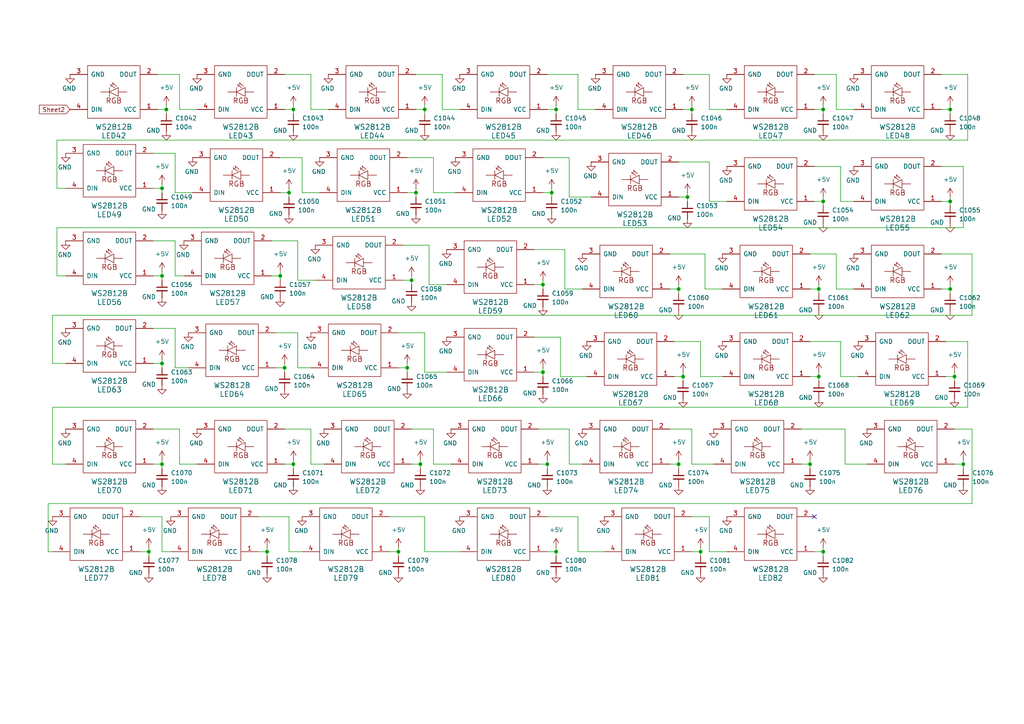
<source format=kicad_sch>
(kicad_sch (version 20231120) (generator "eeschema") (generator_version "8.0")
  (paper "A4")
  (junction (at 275.59 83.82))
  (junction (at 121.92 134.62))
  (junction (at 238.76 31.75))
  (junction (at 161.29 160.02))
  (junction (at 196.85 83.82))
  (junction (at 123.19 31.75))
  (junction (at 157.48 107.95))
  (junction (at 199.39 57.15))
  (junction (at 157.48 82.55))
  (junction (at 85.09 31.75))
  (junction (at 83.82 55.88))
  (junction (at 237.49 83.82))
  (junction (at 85.09 134.62))
  (junction (at 46.99 54.61))
  (junction (at 77.47 160.02))
  (junction (at 120.65 55.88))
  (junction (at 48.26 31.75))
  (junction (at 238.76 160.02))
  (junction (at 119.38 81.28))
  (junction (at 46.99 134.62))
  (junction (at 46.99 105.41))
  (junction (at 118.11 106.68))
  (junction (at 161.29 31.75))
  (junction (at 234.95 134.62))
  (junction (at 158.75 134.62))
  (junction (at 115.57 160.02))
  (junction (at 200.66 31.75))
  (junction (at 275.59 31.75))
  (junction (at 203.2 160.02))
  (junction (at 196.85 134.62))
  (junction (at 276.86 109.22))
  (junction (at 160.02 55.88))
  (junction (at 43.18 160.02))
  (junction (at 237.49 109.22))
  (junction (at 82.55 106.68))
  (junction (at 279.4 134.62))
  (junction (at 275.59 58.42))
  (junction (at 46.99 80.01))
  (junction (at 198.12 109.22))
  (junction (at 238.76 58.42))
  (junction (at 81.28 80.01))
  (no_connect (at 236.22 149.86))
  (wire (pts (xy 158.75 21.59) (xy 167.64 21.59)))
  (wire (pts (xy 13.97 146.05) (xy 13.97 160.02)))
  (wire (pts (xy 234.95 83.82) (xy 237.49 83.82)))
  (wire (pts (xy 44.45 105.41) (xy 46.99 105.41)))
  (wire (pts (xy 124.46 82.55) (xy 129.54 82.55)))
  (wire (pts (xy 52.07 21.59) (xy 52.07 31.75)))
  (wire (pts (xy 43.18 160.02) (xy 43.18 161.29)))
  (wire (pts (xy 15.24 91.44) (xy 15.24 105.41)))
  (wire (pts (xy 113.03 149.86) (xy 123.19 149.86)))
  (wire (pts (xy 196.85 57.15) (xy 199.39 57.15)))
  (wire (pts (xy 50.8 95.25) (xy 50.8 106.68)))
  (wire (pts (xy 154.94 107.95) (xy 157.48 107.95)))
  (wire (pts (xy 83.82 54.61) (xy 83.82 55.88)))
  (wire (pts (xy 236.22 58.42) (xy 238.76 58.42)))
  (wire (pts (xy 163.83 83.82) (xy 168.91 83.82)))
  (wire (pts (xy 78.74 80.01) (xy 81.28 80.01)))
  (wire (pts (xy 196.85 46.99) (xy 205.74 46.99)))
  (wire (pts (xy 274.32 109.22) (xy 276.86 109.22)))
  (wire (pts (xy 165.1 134.62) (xy 168.91 134.62)))
  (wire (pts (xy 273.05 48.26) (xy 279.4 48.26)))
  (wire (pts (xy 44.45 54.61) (xy 46.99 54.61)))
  (wire (pts (xy 245.11 124.46) (xy 245.11 134.62)))
  (wire (pts (xy 161.29 31.75) (xy 161.29 33.02)))
  (wire (pts (xy 120.65 55.88) (xy 120.65 57.15)))
  (wire (pts (xy 120.65 21.59) (xy 128.27 21.59)))
  (wire (pts (xy 276.86 109.22) (xy 276.86 110.49)))
  (wire (pts (xy 275.59 83.82) (xy 275.59 85.09)))
  (wire (pts (xy 236.22 48.26) (xy 243.84 48.26)))
  (wire (pts (xy 48.26 31.75) (xy 48.26 33.02)))
  (wire (pts (xy 158.75 160.02) (xy 161.29 160.02)))
  (wire (pts (xy 167.64 21.59) (xy 167.64 31.75)))
  (wire (pts (xy 273.05 21.59) (xy 280.67 21.59)))
  (wire (pts (xy 52.07 31.75) (xy 57.15 31.75)))
  (wire (pts (xy 44.45 95.25) (xy 50.8 95.25)))
  (wire (pts (xy 74.93 160.02) (xy 77.47 160.02)))
  (wire (pts (xy 120.65 54.61) (xy 120.65 55.88)))
  (wire (pts (xy 234.95 73.66) (xy 242.57 73.66)))
  (wire (pts (xy 116.84 71.12) (xy 124.46 71.12)))
  (wire (pts (xy 124.46 71.12) (xy 124.46 82.55)))
  (wire (pts (xy 273.05 58.42) (xy 275.59 58.42)))
  (wire (pts (xy 44.45 124.46) (xy 52.07 124.46)))
  (wire (pts (xy 274.32 99.06) (xy 280.67 99.06)))
  (wire (pts (xy 200.66 149.86) (xy 205.74 149.86)))
  (wire (pts (xy 279.4 134.62) (xy 279.4 135.89)))
  (wire (pts (xy 156.21 124.46) (xy 165.1 124.46)))
  (wire (pts (xy 198.12 109.22) (xy 198.12 110.49)))
  (wire (pts (xy 46.99 104.14) (xy 46.99 105.41)))
  (wire (pts (xy 237.49 82.55) (xy 237.49 83.82)))
  (wire (pts (xy 198.12 21.59) (xy 205.74 21.59)))
  (wire (pts (xy 273.05 83.82) (xy 275.59 83.82)))
  (wire (pts (xy 78.74 69.85) (xy 86.36 69.85)))
  (wire (pts (xy 157.48 81.28) (xy 157.48 82.55)))
  (wire (pts (xy 16.51 80.01) (xy 19.05 80.01)))
  (wire (pts (xy 46.99 133.35) (xy 46.99 134.62)))
  (wire (pts (xy 162.56 97.79) (xy 162.56 109.22)))
  (wire (pts (xy 237.49 107.95) (xy 237.49 109.22)))
  (wire (pts (xy 116.84 81.28) (xy 119.38 81.28)))
  (wire (pts (xy 86.36 81.28) (xy 91.44 81.28)))
  (wire (pts (xy 236.22 160.02) (xy 238.76 160.02)))
  (wire (pts (xy 46.99 53.34) (xy 46.99 54.61)))
  (wire (pts (xy 118.11 55.88) (xy 120.65 55.88)))
  (wire (pts (xy 243.84 58.42) (xy 247.65 58.42)))
  (wire (pts (xy 43.18 158.75) (xy 43.18 160.02)))
  (wire (pts (xy 163.83 72.39) (xy 163.83 83.82)))
  (wire (pts (xy 280.67 99.06) (xy 280.67 118.11)))
  (wire (pts (xy 156.21 134.62) (xy 158.75 134.62)))
  (wire (pts (xy 83.82 55.88) (xy 83.82 57.15)))
  (wire (pts (xy 199.39 55.88) (xy 199.39 57.15)))
  (wire (pts (xy 90.17 21.59) (xy 90.17 31.75)))
  (wire (pts (xy 157.48 106.68) (xy 157.48 107.95)))
  (wire (pts (xy 158.75 133.35) (xy 158.75 134.62)))
  (wire (pts (xy 46.99 78.74) (xy 46.99 80.01)))
  (wire (pts (xy 276.86 124.46) (xy 281.94 124.46)))
  (wire (pts (xy 121.92 134.62) (xy 121.92 135.89)))
  (wire (pts (xy 200.66 124.46) (xy 200.66 134.62)))
  (wire (pts (xy 115.57 160.02) (xy 115.57 161.29)))
  (wire (pts (xy 87.63 55.88) (xy 92.71 55.88)))
  (wire (pts (xy 237.49 109.22) (xy 237.49 110.49)))
  (wire (pts (xy 161.29 30.48) (xy 161.29 31.75)))
  (wire (pts (xy 82.55 106.68) (xy 82.55 107.95)))
  (wire (pts (xy 242.57 83.82) (xy 247.65 83.82)))
  (wire (pts (xy 205.74 58.42) (xy 210.82 58.42)))
  (wire (pts (xy 77.47 160.02) (xy 77.47 161.29)))
  (wire (pts (xy 199.39 57.15) (xy 199.39 58.42)))
  (wire (pts (xy 232.41 124.46) (xy 245.11 124.46)))
  (wire (pts (xy 194.31 73.66) (xy 204.47 73.66)))
  (wire (pts (xy 85.09 30.48) (xy 85.09 31.75)))
  (wire (pts (xy 242.57 73.66) (xy 242.57 83.82)))
  (wire (pts (xy 204.47 73.66) (xy 204.47 83.82)))
  (wire (pts (xy 115.57 96.52) (xy 123.19 96.52)))
  (wire (pts (xy 81.28 45.72) (xy 87.63 45.72)))
  (wire (pts (xy 50.8 55.88) (xy 55.88 55.88)))
  (wire (pts (xy 205.74 31.75) (xy 210.82 31.75)))
  (wire (pts (xy 234.95 99.06) (xy 243.84 99.06)))
  (wire (pts (xy 82.55 31.75) (xy 85.09 31.75)))
  (wire (pts (xy 123.19 96.52) (xy 123.19 107.95)))
  (wire (pts (xy 86.36 96.52) (xy 86.36 106.68)))
  (wire (pts (xy 86.36 69.85) (xy 86.36 81.28)))
  (wire (pts (xy 123.19 31.75) (xy 123.19 33.02)))
  (wire (pts (xy 158.75 149.86) (xy 167.64 149.86)))
  (wire (pts (xy 85.09 133.35) (xy 85.09 134.62)))
  (wire (pts (xy 52.07 124.46) (xy 52.07 134.62)))
  (wire (pts (xy 123.19 107.95) (xy 129.54 107.95)))
  (wire (pts (xy 85.09 31.75) (xy 85.09 33.02)))
  (wire (pts (xy 205.74 46.99) (xy 205.74 58.42)))
  (wire (pts (xy 275.59 82.55) (xy 275.59 83.82)))
  (wire (pts (xy 118.11 105.41) (xy 118.11 106.68)))
  (wire (pts (xy 194.31 83.82) (xy 196.85 83.82)))
  (wire (pts (xy 16.51 66.04) (xy 16.51 80.01)))
  (wire (pts (xy 281.94 73.66) (xy 281.94 91.44)))
  (wire (pts (xy 82.55 105.41) (xy 82.55 106.68)))
  (wire (pts (xy 236.22 21.59) (xy 242.57 21.59)))
  (wire (pts (xy 13.97 160.02) (xy 15.24 160.02)))
  (wire (pts (xy 125.73 134.62) (xy 130.81 134.62)))
  (wire (pts (xy 203.2 109.22) (xy 209.55 109.22)))
  (wire (pts (xy 44.45 80.01) (xy 46.99 80.01)))
  (wire (pts (xy 167.64 149.86) (xy 167.64 160.02)))
  (wire (pts (xy 120.65 31.75) (xy 123.19 31.75)))
  (wire (pts (xy 50.8 44.45) (xy 50.8 55.88)))
  (wire (pts (xy 238.76 160.02) (xy 238.76 161.29)))
  (wire (pts (xy 279.4 133.35) (xy 279.4 134.62)))
  (wire (pts (xy 118.11 45.72) (xy 125.73 45.72)))
  (wire (pts (xy 85.09 134.62) (xy 85.09 135.89)))
  (wire (pts (xy 46.99 105.41) (xy 46.99 106.68)))
  (wire (pts (xy 46.99 160.02) (xy 49.53 160.02)))
  (wire (pts (xy 160.02 54.61) (xy 160.02 55.88)))
  (wire (pts (xy 194.31 134.62) (xy 196.85 134.62)))
  (wire (pts (xy 81.28 80.01) (xy 81.28 81.28)))
  (wire (pts (xy 204.47 83.82) (xy 209.55 83.82)))
  (wire (pts (xy 242.57 21.59) (xy 242.57 31.75)))
  (wire (pts (xy 123.19 149.86) (xy 123.19 160.02)))
  (wire (pts (xy 196.85 134.62) (xy 196.85 135.89)))
  (wire (pts (xy 125.73 45.72) (xy 125.73 55.88)))
  (wire (pts (xy 83.82 149.86) (xy 83.82 160.02)))
  (wire (pts (xy 160.02 55.88) (xy 160.02 57.15)))
  (wire (pts (xy 238.76 31.75) (xy 238.76 33.02)))
  (wire (pts (xy 128.27 31.75) (xy 133.35 31.75)))
  (wire (pts (xy 77.47 158.75) (xy 77.47 160.02)))
  (wire (pts (xy 165.1 45.72) (xy 165.1 57.15)))
  (wire (pts (xy 87.63 45.72) (xy 87.63 55.88)))
  (wire (pts (xy 90.17 31.75) (xy 95.25 31.75)))
  (wire (pts (xy 74.93 149.86) (xy 83.82 149.86)))
  (wire (pts (xy 115.57 106.68) (xy 118.11 106.68)))
  (wire (pts (xy 161.29 158.75) (xy 161.29 160.02)))
  (wire (pts (xy 119.38 80.01) (xy 119.38 81.28)))
  (wire (pts (xy 15.24 105.41) (xy 19.05 105.41)))
  (wire (pts (xy 121.92 133.35) (xy 121.92 134.62)))
  (wire (pts (xy 40.64 160.02) (xy 43.18 160.02)))
  (wire (pts (xy 245.11 134.62) (xy 251.46 134.62)))
  (wire (pts (xy 46.99 149.86) (xy 46.99 160.02)))
  (wire (pts (xy 157.48 45.72) (xy 165.1 45.72)))
  (wire (pts (xy 203.2 99.06) (xy 203.2 109.22)))
  (wire (pts (xy 119.38 81.28) (xy 119.38 82.55)))
  (wire (pts (xy 238.76 158.75) (xy 238.76 160.02)))
  (wire (pts (xy 128.27 21.59) (xy 128.27 31.75)))
  (wire (pts (xy 243.84 109.22) (xy 248.92 109.22)))
  (wire (pts (xy 157.48 82.55) (xy 157.48 83.82)))
  (wire (pts (xy 236.22 31.75) (xy 238.76 31.75)))
  (wire (pts (xy 161.29 160.02) (xy 161.29 161.29)))
  (wire (pts (xy 273.05 73.66) (xy 281.94 73.66)))
  (wire (pts (xy 119.38 124.46) (xy 125.73 124.46)))
  (wire (pts (xy 80.01 106.68) (xy 82.55 106.68)))
  (wire (pts (xy 279.4 66.04) (xy 16.51 66.04)))
  (wire (pts (xy 275.59 58.42) (xy 275.59 59.69)))
  (wire (pts (xy 48.26 30.48) (xy 48.26 31.75)))
  (wire (pts (xy 200.66 160.02) (xy 203.2 160.02)))
  (wire (pts (xy 44.45 69.85) (xy 50.8 69.85)))
  (wire (pts (xy 46.99 54.61) (xy 46.99 55.88)))
  (wire (pts (xy 50.8 69.85) (xy 50.8 80.01)))
  (wire (pts (xy 276.86 134.62) (xy 279.4 134.62)))
  (wire (pts (xy 44.45 44.45) (xy 50.8 44.45)))
  (wire (pts (xy 115.57 158.75) (xy 115.57 160.02)))
  (wire (pts (xy 281.94 146.05) (xy 13.97 146.05)))
  (wire (pts (xy 280.67 21.59) (xy 280.67 40.64)))
  (wire (pts (xy 281.94 124.46) (xy 281.94 146.05)))
  (wire (pts (xy 238.76 57.15) (xy 238.76 58.42)))
  (wire (pts (xy 46.99 134.62) (xy 46.99 135.89)))
  (wire (pts (xy 275.59 31.75) (xy 275.59 33.02)))
  (wire (pts (xy 234.95 133.35) (xy 234.95 134.62)))
  (wire (pts (xy 82.55 124.46) (xy 90.17 124.46)))
  (wire (pts (xy 203.2 158.75) (xy 203.2 160.02)))
  (wire (pts (xy 154.94 82.55) (xy 157.48 82.55)))
  (wire (pts (xy 195.58 99.06) (xy 203.2 99.06)))
  (wire (pts (xy 125.73 55.88) (xy 132.08 55.88)))
  (wire (pts (xy 167.64 31.75) (xy 172.72 31.75)))
  (wire (pts (xy 46.99 80.01) (xy 46.99 81.28)))
  (wire (pts (xy 90.17 124.46) (xy 90.17 134.62)))
  (wire (pts (xy 119.38 134.62) (xy 121.92 134.62)))
  (wire (pts (xy 82.55 21.59) (xy 90.17 21.59)))
  (wire (pts (xy 118.11 106.68) (xy 118.11 107.95)))
  (wire (pts (xy 154.94 97.79) (xy 162.56 97.79)))
  (wire (pts (xy 81.28 78.74) (xy 81.28 80.01)))
  (wire (pts (xy 238.76 58.42) (xy 238.76 59.69)))
  (wire (pts (xy 279.4 48.26) (xy 279.4 66.04)))
  (wire (pts (xy 232.41 134.62) (xy 234.95 134.62)))
  (wire (pts (xy 50.8 80.01) (xy 53.34 80.01)))
  (wire (pts (xy 157.48 55.88) (xy 160.02 55.88)))
  (wire (pts (xy 242.57 31.75) (xy 247.65 31.75)))
  (wire (pts (xy 243.84 99.06) (xy 243.84 109.22)))
  (wire (pts (xy 15.24 118.11) (xy 15.24 134.62)))
  (wire (pts (xy 198.12 31.75) (xy 200.66 31.75)))
  (wire (pts (xy 243.84 48.26) (xy 243.84 58.42)))
  (wire (pts (xy 16.51 40.64) (xy 16.51 54.61)))
  (wire (pts (xy 157.48 107.95) (xy 157.48 109.22)))
  (wire (pts (xy 195.58 109.22) (xy 198.12 109.22)))
  (wire (pts (xy 83.82 160.02) (xy 87.63 160.02)))
  (wire (pts (xy 158.75 31.75) (xy 161.29 31.75)))
  (wire (pts (xy 205.74 21.59) (xy 205.74 31.75)))
  (wire (pts (xy 275.59 30.48) (xy 275.59 31.75)))
  (wire (pts (xy 45.72 31.75) (xy 48.26 31.75)))
  (wire (pts (xy 123.19 160.02) (xy 133.35 160.02)))
  (wire (pts (xy 205.74 160.02) (xy 210.82 160.02)))
  (wire (pts (xy 16.51 54.61) (xy 19.05 54.61)))
  (wire (pts (xy 196.85 133.35) (xy 196.85 134.62)))
  (wire (pts (xy 196.85 83.82) (xy 196.85 85.09)))
  (wire (pts (xy 276.86 107.95) (xy 276.86 109.22)))
  (wire (pts (xy 275.59 57.15) (xy 275.59 58.42)))
  (wire (pts (xy 45.72 21.59) (xy 52.07 21.59)))
  (wire (pts (xy 125.73 124.46) (xy 125.73 134.62)))
  (wire (pts (xy 82.55 134.62) (xy 85.09 134.62)))
  (wire (pts (xy 86.36 106.68) (xy 90.17 106.68)))
  (wire (pts (xy 50.8 106.68) (xy 54.61 106.68)))
  (wire (pts (xy 234.95 109.22) (xy 237.49 109.22)))
  (wire (pts (xy 162.56 109.22) (xy 170.18 109.22)))
  (wire (pts (xy 194.31 124.46) (xy 200.66 124.46)))
  (wire (pts (xy 90.17 134.62) (xy 93.98 134.62)))
  (wire (pts (xy 165.1 124.46) (xy 165.1 134.62)))
  (wire (pts (xy 158.75 134.62) (xy 158.75 135.89)))
  (wire (pts (xy 52.07 134.62) (xy 57.15 134.62)))
  (wire (pts (xy 165.1 57.15) (xy 171.45 57.15)))
  (wire (pts (xy 15.24 134.62) (xy 19.05 134.62)))
  (wire (pts (xy 123.19 30.48) (xy 123.19 31.75)))
  (wire (pts (xy 81.28 55.88) (xy 83.82 55.88)))
  (wire (pts (xy 205.74 149.86) (xy 205.74 160.02)))
  (wire (pts (xy 44.45 134.62) (xy 46.99 134.62)))
  (wire (pts (xy 281.94 91.44) (xy 15.24 91.44)))
  (wire (pts (xy 196.85 82.55) (xy 196.85 83.82)))
  (wire (pts (xy 167.64 160.02) (xy 175.26 160.02)))
  (wire (pts (xy 200.66 134.62) (xy 207.01 134.62)))
  (wire (pts (xy 200.66 30.48) (xy 200.66 31.75)))
  (wire (pts (xy 234.95 134.62) (xy 234.95 135.89)))
  (wire (pts (xy 80.01 96.52) (xy 86.36 96.52)))
  (wire (pts (xy 237.49 83.82) (xy 237.49 85.09)))
  (wire (pts (xy 40.64 149.86) (xy 46.99 149.86)))
  (wire (pts (xy 113.03 160.02) (xy 115.57 160.02)))
  (wire (pts (xy 198.12 107.95) (xy 198.12 109.22)))
  (wire (pts (xy 273.05 31.75) (xy 275.59 31.75)))
  (wire (pts (xy 280.67 40.64) (xy 16.51 40.64)))
  (wire (pts (xy 280.67 118.11) (xy 15.24 118.11)))
  (wire (pts (xy 238.76 30.48) (xy 238.76 31.75)))
  (wire (pts (xy 154.94 72.39) (xy 163.83 72.39)))
  (wire (pts (xy 203.2 160.02) (xy 203.2 161.29)))
  (wire (pts (xy 200.66 31.75) (xy 200.66 33.02)))
  (global_label "Sheet2" (shape input) (at 20.32 31.75 180) (property "Intersheetrefs" "${INTERSHEET_REFS}" (effects (hide yes))))
  (symbol (lib_id "power:GND") (at 133.35 21.59 0) (unit 1)
    (property "Reference" "#PWR0333" (effects (hide yes)))
    (property "Value" "GND" (at 133.096 25.654 0))
    (property "Description" "Power symbol creates a global label with name \"GND\" , ground" (effects (hide yes)))
  )
  (symbol (lib_id "Device:C_Small") (at 198.12 113.03 0) (unit 1)
    (property "Reference" "C1067" (at 200.66 111.7662 0) (effects (justify left)))
    (property "Value" "100n" (at 200.66 114.3062 0) (effects (justify left)))
    (property "Footprint" "Capacitor_SMD:C_0402_1005Metric" (effects (hide yes)))
    (property "Description" "Unpolarized capacitor, small symbol" (effects (hide yes)))
  )
  (symbol (lib_id "Device:C_Small") (at 157.48 111.76 0) (unit 1)
    (property "Reference" "C1066" (at 160.02 110.4962 0) (effects (justify left)))
    (property "Value" "100n" (at 160.02 113.0362 0) (effects (justify left)))
    (property "Footprint" "Capacitor_SMD:C_0402_1005Metric" (effects (hide yes)))
    (property "Description" "Unpolarized capacitor, small symbol" (effects (hide yes)))
  )
  (symbol (lib_id "power:GND") (at 161.29 38.1 0) (unit 1)
    (property "Reference" "#PWR0347" (effects (hide yes)))
    (property "Value" "GND" (at 157.48 37.846 0))
    (property "Description" "Power symbol creates a global label with name \"GND\" , ground" (effects (hide yes)))
  )
  (symbol (lib_id "power:+5V") (at 82.55 105.41 0) (unit 1)
    (property "Reference" "#PWR0401" (effects (hide yes)))
    (property "Value" "+5V" (at 82.55 100.33 0))
    (property "Description" "Power symbol creates a global label with name \"+5V\"" (effects (hide yes)))
  )
  (symbol (lib_id "power:GND") (at 157.48 114.3 0) (unit 1)
    (property "Reference" "#PWR0410" (effects (hide yes)))
    (property "Value" "GND" (at 153.67 114.046 0))
    (property "Description" "Power symbol creates a global label with name \"GND\" , ground" (effects (hide yes)))
  )
  (symbol (lib_id "KB_ws2812b:WS2812B") (at 100.33 154.94 180) (unit 1)
    (property "Reference" "LED79" (at 100.33 167.64 0) (effects (font (size 1.524 1.524))))
    (property "Value" "WS2812B" (at 100.33 165.1 0) (effects (font (size 1.524 1.524))))
    (property "Footprint" "KB_Switch_Misc:MX-LED_WS2812B_wide" (effects (hide yes)))
    (property "Description" "RGB LED with integrated controller" (effects (hide yes)))
  )
  (symbol (lib_id "power:+5V") (at 279.4 133.35 0) (unit 1)
    (property "Reference" "#PWR0427" (effects (hide yes)))
    (property "Value" "+5V" (at 279.4 128.27 0))
    (property "Description" "Power symbol creates a global label with name \"+5V\"" (effects (hide yes)))
  )
  (symbol (lib_id "KB_ws2812b:WS2812B") (at 184.15 52.07 180) (unit 1)
    (property "Reference" "LED53" (at 184.15 64.77 0) (effects (font (size 1.524 1.524))))
    (property "Value" "WS2812B" (at 184.15 62.23 0) (effects (font (size 1.524 1.524))))
    (property "Footprint" "KB_Switch_Misc:MX-LED_WS2812B_wide" (effects (hide yes)))
    (property "Description" "RGB LED with integrated controller" (effects (hide yes)))
  )
  (symbol (lib_id "power:GND") (at 55.88 45.72 0) (unit 1)
    (property "Reference" "#PWR0352" (effects (hide yes)))
    (property "Value" "GND" (at 55.626 49.784 0))
    (property "Description" "Power symbol creates a global label with name \"GND\" , ground" (effects (hide yes)))
  )
  (symbol (lib_id "Device:C_Small") (at 238.76 163.83 0) (unit 1)
    (property "Reference" "C1082" (at 241.3 162.5662 0) (effects (justify left)))
    (property "Value" "100n" (at 241.3 165.1062 0) (effects (justify left)))
    (property "Footprint" "Capacitor_SMD:C_0402_1005Metric" (effects (hide yes)))
    (property "Description" "Unpolarized capacitor, small symbol" (effects (hide yes)))
  )
  (symbol (lib_id "KB_ws2812b:WS2812B") (at 27.94 154.94 180) (unit 1)
    (property "Reference" "LED77" (at 27.94 167.64 0) (effects (font (size 1.524 1.524))))
    (property "Value" "WS2812B" (at 27.94 165.1 0) (effects (font (size 1.524 1.524))))
    (property "Footprint" "KB_Switch_Misc:MX-LED_WS2812B_wide" (effects (hide yes)))
    (property "Description" "RGB LED with integrated controller" (effects (hide yes)))
  )
  (symbol (lib_id "KB_ws2812b:WS2812B") (at 31.75 129.54 180) (unit 1)
    (property "Reference" "LED70" (at 31.75 142.24 0) (effects (font (size 1.524 1.524))))
    (property "Value" "WS2812B" (at 31.75 139.7 0) (effects (font (size 1.524 1.524))))
    (property "Footprint" "KB_Switch_Misc:MX-LED_WS2812B_wide" (effects (hide yes)))
    (property "Description" "RGB LED with integrated controller" (effects (hide yes)))
  )
  (symbol (lib_id "KB_ws2812b:WS2812B") (at 31.75 49.53 180) (unit 1)
    (property "Reference" "LED49" (at 31.75 62.23 0) (effects (font (size 1.524 1.524))))
    (property "Value" "WS2812B" (at 31.75 59.69 0) (effects (font (size 1.524 1.524))))
    (property "Footprint" "KB_Switch_Misc:MX-LED_WS2812B_wide" (effects (hide yes)))
    (property "Description" "RGB LED with integrated controller" (effects (hide yes)))
  )
  (symbol (lib_id "KB_ws2812b:WS2812B") (at 33.02 26.67 180) (unit 1)
    (property "Reference" "LED42" (at 33.02 39.37 0) (effects (font (size 1.524 1.524))))
    (property "Value" "WS2812B" (at 33.02 36.83 0) (effects (font (size 1.524 1.524))))
    (property "Footprint" "KB_Switch_Misc:MX-LED_WS2812B_wide" (effects (hide yes)))
    (property "Description" "RGB LED with integrated controller" (effects (hide yes)))
  )
  (symbol (lib_id "power:GND") (at 133.35 149.86 0) (unit 1)
    (property "Reference" "#PWR0438" (effects (hide yes)))
    (property "Value" "GND" (at 133.096 153.924 0))
    (property "Description" "Power symbol creates a global label with name \"GND\" , ground" (effects (hide yes)))
  )
  (symbol (lib_id "power:GND") (at 118.11 113.03 0) (unit 1)
    (property "Reference" "#PWR0409" (effects (hide yes)))
    (property "Value" "GND" (at 114.3 112.776 0))
    (property "Description" "Power symbol creates a global label with name \"GND\" , ground" (effects (hide yes)))
  )
  (symbol (lib_id "power:GND") (at 234.95 140.97 0) (unit 1)
    (property "Reference" "#PWR0433" (effects (hide yes)))
    (property "Value" "GND" (at 231.14 140.716 0))
    (property "Description" "Power symbol creates a global label with name \"GND\" , ground" (effects (hide yes)))
  )
  (symbol (lib_id "power:GND") (at 87.63 149.86 0) (unit 1)
    (property "Reference" "#PWR0437" (effects (hide yes)))
    (property "Value" "GND" (at 87.376 153.924 0))
    (property "Description" "Power symbol creates a global label with name \"GND\" , ground" (effects (hide yes)))
  )
  (symbol (lib_id "Device:C_Small") (at 234.95 138.43 0) (unit 1)
    (property "Reference" "C1075" (at 237.49 137.1662 0) (effects (justify left)))
    (property "Value" "100n" (at 237.49 139.7062 0) (effects (justify left)))
    (property "Footprint" "Capacitor_SMD:C_0402_1005Metric" (effects (hide yes)))
    (property "Description" "Unpolarized capacitor, small symbol" (effects (hide yes)))
  )
  (symbol (lib_id "KB_ws2812b:WS2812B") (at 260.35 78.74 180) (unit 1)
    (property "Reference" "LED62" (at 260.35 91.44 0) (effects (font (size 1.524 1.524))))
    (property "Value" "WS2812B" (at 260.35 88.9 0) (effects (font (size 1.524 1.524))))
    (property "Footprint" "KB_Switch_Misc:MX-LED_WS2812B_wide" (effects (hide yes)))
    (property "Description" "RGB LED with integrated controller" (effects (hide yes)))
  )
  (symbol (lib_id "power:GND") (at 210.82 48.26 0) (unit 1)
    (property "Reference" "#PWR0356" (effects (hide yes)))
    (property "Value" "GND" (at 210.566 52.324 0))
    (property "Description" "Power symbol creates a global label with name \"GND\" , ground" (effects (hide yes)))
  )
  (symbol (lib_id "Device:C_Small") (at 83.82 59.69 0) (unit 1)
    (property "Reference" "C1050" (at 86.36 58.4262 0) (effects (justify left)))
    (property "Value" "100n" (at 86.36 60.9662 0) (effects (justify left)))
    (property "Footprint" "Capacitor_SMD:C_0402_1005Metric" (effects (hide yes)))
    (property "Description" "Unpolarized capacitor, small symbol" (effects (hide yes)))
  )
  (symbol (lib_id "power:GND") (at 85.09 38.1 0) (unit 1)
    (property "Reference" "#PWR0345" (effects (hide yes)))
    (property "Value" "GND" (at 81.28 37.846 0))
    (property "Description" "Power symbol creates a global label with name \"GND\" , ground" (effects (hide yes)))
  )
  (symbol (lib_id "KB_ws2812b:WS2812B") (at 264.16 129.54 180) (unit 1)
    (property "Reference" "LED76" (at 264.16 142.24 0) (effects (font (size 1.524 1.524))))
    (property "Value" "WS2812B" (at 264.16 139.7 0) (effects (font (size 1.524 1.524))))
    (property "Footprint" "KB_Switch_Misc:MX-LED_WS2812B_wide" (effects (hide yes)))
    (property "Description" "RGB LED with integrated controller" (effects (hide yes)))
  )
  (symbol (lib_id "power:GND") (at 132.08 45.72 0) (unit 1)
    (property "Reference" "#PWR0354" (effects (hide yes)))
    (property "Value" "GND" (at 131.826 49.784 0))
    (property "Description" "Power symbol creates a global label with name \"GND\" , ground" (effects (hide yes)))
  )
  (symbol (lib_id "power:GND") (at 238.76 38.1 0) (unit 1)
    (property "Reference" "#PWR0349" (effects (hide yes)))
    (property "Value" "GND" (at 234.95 37.846 0))
    (property "Description" "Power symbol creates a global label with name \"GND\" , ground" (effects (hide yes)))
  )
  (symbol (lib_id "power:+5V") (at 46.99 53.34 0) (unit 1)
    (property "Reference" "#PWR0358" (effects (hide yes)))
    (property "Value" "+5V" (at 46.99 48.26 0))
    (property "Description" "Power symbol creates a global label with name \"+5V\"" (effects (hide yes)))
  )
  (symbol (lib_id "KB_ws2812b:WS2812B") (at 260.35 53.34 180) (unit 1)
    (property "Reference" "LED55" (at 260.35 66.04 0) (effects (font (size 1.524 1.524))))
    (property "Value" "WS2812B" (at 260.35 63.5 0) (effects (font (size 1.524 1.524))))
    (property "Footprint" "KB_Switch_Misc:MX-LED_WS2812B_wide" (effects (hide yes)))
    (property "Description" "RGB LED with integrated controller" (effects (hide yes)))
  )
  (symbol (lib_id "Device:C_Small") (at 115.57 163.83 0) (unit 1)
    (property "Reference" "C1079" (at 118.11 162.5662 0) (effects (justify left)))
    (property "Value" "100n" (at 118.11 165.1062 0) (effects (justify left)))
    (property "Footprint" "Capacitor_SMD:C_0402_1005Metric" (effects (hide yes)))
    (property "Description" "Unpolarized capacitor, small symbol" (effects (hide yes)))
  )
  (symbol (lib_id "power:+5V") (at 198.12 107.95 0) (unit 1)
    (property "Reference" "#PWR0404" (effects (hide yes)))
    (property "Value" "+5V" (at 198.12 102.87 0))
    (property "Description" "Power symbol creates a global label with name \"+5V\"" (effects (hide yes)))
  )
  (symbol (lib_id "Device:C_Small") (at 46.99 138.43 0) (unit 1)
    (property "Reference" "C1070" (at 49.53 137.1662 0) (effects (justify left)))
    (property "Value" "100n" (at 49.53 139.7062 0) (effects (justify left)))
    (property "Footprint" "Capacitor_SMD:C_0402_1005Metric" (effects (hide yes)))
    (property "Description" "Unpolarized capacitor, small symbol" (effects (hide yes)))
  )
  (symbol (lib_id "Device:C_Small") (at 160.02 59.69 0) (unit 1)
    (property "Reference" "C1052" (at 162.56 58.4262 0) (effects (justify left)))
    (property "Value" "100n" (at 162.56 60.9662 0) (effects (justify left)))
    (property "Footprint" "Capacitor_SMD:C_0402_1005Metric" (effects (hide yes)))
    (property "Description" "Unpolarized capacitor, small symbol" (effects (hide yes)))
  )
  (symbol (lib_id "KB_ws2812b:WS2812B") (at 142.24 77.47 180) (unit 1)
    (property "Reference" "LED59" (at 142.24 90.17 0) (effects (font (size 1.524 1.524))))
    (property "Value" "WS2812B" (at 142.24 87.63 0) (effects (font (size 1.524 1.524))))
    (property "Footprint" "KB_Switch_Misc:MX-LED_WS2812B_wide" (effects (hide yes)))
    (property "Description" "RGB LED with integrated controller" (effects (hide yes)))
  )
  (symbol (lib_id "power:GND") (at 209.55 99.06 0) (unit 1)
    (property "Reference" "#PWR0398" (effects (hide yes)))
    (property "Value" "GND" (at 209.296 103.124 0))
    (property "Description" "Power symbol creates a global label with name \"GND\" , ground" (effects (hide yes)))
  )
  (symbol (lib_id "power:+5V") (at 203.2 158.75 0) (unit 1)
    (property "Reference" "#PWR0445" (effects (hide yes)))
    (property "Value" "+5V" (at 203.2 153.67 0))
    (property "Description" "Power symbol creates a global label with name \"+5V\"" (effects (hide yes)))
  )
  (symbol (lib_id "power:GND") (at 237.49 115.57 0) (unit 1)
    (property "Reference" "#PWR0412" (effects (hide yes)))
    (property "Value" "GND" (at 233.68 115.316 0))
    (property "Description" "Power symbol creates a global label with name \"GND\" , ground" (effects (hide yes)))
  )
  (symbol (lib_id "power:+5V") (at 196.85 82.55 0) (unit 1)
    (property "Reference" "#PWR0383" (effects (hide yes)))
    (property "Value" "+5V" (at 196.85 77.47 0))
    (property "Description" "Power symbol creates a global label with name \"+5V\"" (effects (hide yes)))
  )
  (symbol (lib_id "power:+5V") (at 237.49 82.55 0) (unit 1)
    (property "Reference" "#PWR0384" (effects (hide yes)))
    (property "Value" "+5V" (at 237.49 77.47 0))
    (property "Description" "Power symbol creates a global label with name \"+5V\"" (effects (hide yes)))
  )
  (symbol (lib_id "power:GND") (at 175.26 149.86 0) (unit 1)
    (property "Reference" "#PWR0439" (effects (hide yes)))
    (property "Value" "GND" (at 175.006 153.924 0))
    (property "Description" "Power symbol creates a global label with name \"GND\" , ground" (effects (hide yes)))
  )
  (symbol (lib_id "KB_ws2812b:WS2812B") (at 102.87 101.6 180) (unit 1)
    (property "Reference" "LED65" (at 102.87 114.3 0) (effects (font (size 1.524 1.524))))
    (property "Value" "WS2812B" (at 102.87 111.76 0) (effects (font (size 1.524 1.524))))
    (property "Footprint" "KB_Switch_Misc:MX-LED_WS2812B_wide" (effects (hide yes)))
    (property "Description" "RGB LED with integrated controller" (effects (hide yes)))
  )
  (symbol (lib_id "KB_ws2812b:WS2812B") (at 106.68 129.54 180) (unit 1)
    (property "Reference" "LED72" (at 106.68 142.24 0) (effects (font (size 1.524 1.524))))
    (property "Value" "WS2812B" (at 106.68 139.7 0) (effects (font (size 1.524 1.524))))
    (property "Footprint" "KB_Switch_Misc:MX-LED_WS2812B_wide" (effects (hide yes)))
    (property "Description" "RGB LED with integrated controller" (effects (hide yes)))
  )
  (symbol (lib_id "power:GND") (at 20.32 21.59 0) (unit 1)
    (property "Reference" "#PWR0330" (effects (hide yes)))
    (property "Value" "GND" (at 20.066 25.654 0))
    (property "Description" "Power symbol creates a global label with name \"GND\" , ground" (effects (hide yes)))
  )
  (symbol (lib_id "Device:C_Small") (at 275.59 62.23 0) (unit 1)
    (property "Reference" "C1055" (at 278.13 60.9662 0) (effects (justify left)))
    (property "Value" "100n" (at 278.13 63.5062 0) (effects (justify left)))
    (property "Footprint" "Capacitor_SMD:C_0402_1005Metric" (effects (hide yes)))
    (property "Description" "Unpolarized capacitor, small symbol" (effects (hide yes)))
  )
  (symbol (lib_id "power:GND") (at 196.85 140.97 0) (unit 1)
    (property "Reference" "#PWR0432" (effects (hide yes)))
    (property "Value" "GND" (at 193.04 140.716 0))
    (property "Description" "Power symbol creates a global label with name \"GND\" , ground" (effects (hide yes)))
  )
  (symbol (lib_id "power:GND") (at 238.76 166.37 0) (unit 1)
    (property "Reference" "#PWR0452" (effects (hide yes)))
    (property "Value" "GND" (at 234.95 166.116 0))
    (property "Description" "Power symbol creates a global label with name \"GND\" , ground" (effects (hide yes)))
  )
  (symbol (lib_id "power:GND") (at 168.91 73.66 0) (unit 1)
    (property "Reference" "#PWR0376" (effects (hide yes)))
    (property "Value" "GND" (at 168.656 77.724 0))
    (property "Description" "Power symbol creates a global label with name \"GND\" , ground" (effects (hide yes)))
  )
  (symbol (lib_id "power:GND") (at 53.34 69.85 0) (unit 1)
    (property "Reference" "#PWR0373" (effects (hide yes)))
    (property "Value" "GND" (at 53.086 73.914 0))
    (property "Description" "Power symbol creates a global label with name \"GND\" , ground" (effects (hide yes)))
  )
  (symbol (lib_id "power:GND") (at 46.99 60.96 0) (unit 1)
    (property "Reference" "#PWR0365" (effects (hide yes)))
    (property "Value" "GND" (at 43.18 60.706 0))
    (property "Description" "Power symbol creates a global label with name \"GND\" , ground" (effects (hide yes)))
  )
  (symbol (lib_id "power:+5V") (at 275.59 82.55 0) (unit 1)
    (property "Reference" "#PWR0385" (effects (hide yes)))
    (property "Value" "+5V" (at 275.59 77.47 0))
    (property "Description" "Power symbol creates a global label with name \"+5V\"" (effects (hide yes)))
  )
  (symbol (lib_id "KB_ws2812b:WS2812B") (at 105.41 50.8 180) (unit 1)
    (property "Reference" "LED51" (at 105.41 63.5 0) (effects (font (size 1.524 1.524))))
    (property "Value" "WS2812B" (at 105.41 60.96 0) (effects (font (size 1.524 1.524))))
    (property "Footprint" "KB_Switch_Misc:MX-LED_WS2812B_wide" (effects (hide yes)))
    (property "Description" "RGB LED with integrated controller" (effects (hide yes)))
  )
  (symbol (lib_id "power:GND") (at 129.54 72.39 0) (unit 1)
    (property "Reference" "#PWR0375" (effects (hide yes)))
    (property "Value" "GND" (at 129.286 76.454 0))
    (property "Description" "Power symbol creates a global label with name \"GND\" , ground" (effects (hide yes)))
  )
  (symbol (lib_id "Device:C_Small") (at 200.66 35.56 0) (unit 1)
    (property "Reference" "C1046" (at 203.2 34.2962 0) (effects (justify left)))
    (property "Value" "100n" (at 203.2 36.8362 0) (effects (justify left)))
    (property "Footprint" "Capacitor_SMD:C_0402_1005Metric" (effects (hide yes)))
    (property "Description" "Unpolarized capacitor, small symbol" (effects (hide yes)))
  )
  (symbol (lib_id "power:GND") (at 77.47 166.37 0) (unit 1)
    (property "Reference" "#PWR0448" (effects (hide yes)))
    (property "Value" "GND" (at 73.66 166.116 0))
    (property "Description" "Power symbol creates a global label with name \"GND\" , ground" (effects (hide yes)))
  )
  (symbol (lib_id "power:GND") (at 200.66 38.1 0) (unit 1)
    (property "Reference" "#PWR0348" (effects (hide yes)))
    (property "Value" "GND" (at 196.85 37.846 0))
    (property "Description" "Power symbol creates a global label with name \"GND\" , ground" (effects (hide yes)))
  )
  (symbol (lib_id "Device:C_Small") (at 203.2 163.83 0) (unit 1)
    (property "Reference" "C1081" (at 205.74 162.5662 0) (effects (justify left)))
    (property "Value" "100n" (at 205.74 165.1062 0) (effects (justify left)))
    (property "Footprint" "Capacitor_SMD:C_0402_1005Metric" (effects (hide yes)))
    (property "Description" "Unpolarized capacitor, small symbol" (effects (hide yes)))
  )
  (symbol (lib_id "KB_ws2812b:WS2812B") (at 69.85 129.54 180) (unit 1)
    (property "Reference" "LED71" (at 69.85 142.24 0) (effects (font (size 1.524 1.524))))
    (property "Value" "WS2812B" (at 69.85 139.7 0) (effects (font (size 1.524 1.524))))
    (property "Footprint" "KB_Switch_Misc:MX-LED_WS2812B_wide" (effects (hide yes)))
    (property "Description" "RGB LED with integrated controller" (effects (hide yes)))
  )
  (symbol (lib_id "power:GND") (at 198.12 115.57 0) (unit 1)
    (property "Reference" "#PWR0411" (effects (hide yes)))
    (property "Value" "GND" (at 194.31 115.316 0))
    (property "Description" "Power symbol creates a global label with name \"GND\" , ground" (effects (hide yes)))
  )
  (symbol (lib_id "power:GND") (at 57.15 124.46 0) (unit 1)
    (property "Reference" "#PWR0415" (effects (hide yes)))
    (property "Value" "GND" (at 56.896 128.524 0))
    (property "Description" "Power symbol creates a global label with name \"GND\" , ground" (effects (hide yes)))
  )
  (symbol (lib_id "KB_ws2812b:WS2812B") (at 66.04 74.93 180) (unit 1)
    (property "Reference" "LED57" (at 66.04 87.63 0) (effects (font (size 1.524 1.524))))
    (property "Value" "WS2812B" (at 66.04 85.09 0) (effects (font (size 1.524 1.524))))
    (property "Footprint" "KB_Switch_Misc:MX-LED_WS2812B_wide" (effects (hide yes)))
    (property "Description" "RGB LED with integrated controller" (effects (hide yes)))
  )
  (symbol (lib_id "Device:C_Small") (at 82.55 110.49 0) (unit 1)
    (property "Reference" "C1064" (at 85.09 109.2262 0) (effects (justify left)))
    (property "Value" "100n" (at 85.09 111.7662 0) (effects (justify left)))
    (property "Footprint" "Capacitor_SMD:C_0402_1005Metric" (effects (hide yes)))
    (property "Description" "Unpolarized capacitor, small symbol" (effects (hide yes)))
  )
  (symbol (lib_id "power:GND") (at 85.09 140.97 0) (unit 1)
    (property "Reference" "#PWR0429" (effects (hide yes)))
    (property "Value" "GND" (at 81.28 140.716 0))
    (property "Description" "Power symbol creates a global label with name \"GND\" , ground" (effects (hide yes)))
  )
  (symbol (lib_id "KB_ws2812b:WS2812B") (at 31.75 100.33 180) (unit 1)
    (property "Reference" "LED63" (at 31.75 113.03 0) (effects (font (size 1.524 1.524))))
    (property "Value" "WS2812B" (at 31.75 110.49 0) (effects (font (size 1.524 1.524))))
    (property "Footprint" "KB_Switch_Misc:MX-LED_WS2812B_wide" (effects (hide yes)))
    (property "Description" "RGB LED with integrated controller" (effects (hide yes)))
  )
  (symbol (lib_id "power:GND") (at 90.17 96.52 0) (unit 1)
    (property "Reference" "#PWR0395" (effects (hide yes)))
    (property "Value" "GND" (at 89.916 100.584 0))
    (property "Description" "Power symbol creates a global label with name \"GND\" , ground" (effects (hide yes)))
  )
  (symbol (lib_id "Device:C_Small") (at 275.59 35.56 0) (unit 1)
    (property "Reference" "C1048" (at 278.13 34.2962 0) (effects (justify left)))
    (property "Value" "100n" (at 278.13 36.8362 0) (effects (justify left)))
    (property "Footprint" "Capacitor_SMD:C_0402_1005Metric" (effects (hide yes)))
    (property "Description" "Unpolarized capacitor, small symbol" (effects (hide yes)))
  )
  (symbol (lib_id "power:GND") (at 196.85 90.17 0) (unit 1)
    (property "Reference" "#PWR0390" (effects (hide yes)))
    (property "Value" "GND" (at 193.04 89.916 0))
    (property "Description" "Power symbol creates a global label with name \"GND\" , ground" (effects (hide yes)))
  )
  (symbol (lib_id "power:+5V") (at 276.86 107.95 0) (unit 1)
    (property "Reference" "#PWR0406" (effects (hide yes)))
    (property "Value" "+5V" (at 276.86 102.87 0))
    (property "Description" "Power symbol creates a global label with name \"+5V\"" (effects (hide yes)))
  )
  (symbol (lib_id "Device:C_Small") (at 196.85 138.43 0) (unit 1)
    (property "Reference" "C1074" (at 199.39 137.1662 0) (effects (justify left)))
    (property "Value" "100n" (at 199.39 139.7062 0) (effects (justify left)))
    (property "Footprint" "Capacitor_SMD:C_0402_1005Metric" (effects (hide yes)))
    (property "Description" "Unpolarized capacitor, small symbol" (effects (hide yes)))
  )
  (symbol (lib_id "power:GND") (at 275.59 64.77 0) (unit 1)
    (property "Reference" "#PWR0371" (effects (hide yes)))
    (property "Value" "GND" (at 271.78 64.516 0))
    (property "Description" "Power symbol creates a global label with name \"GND\" , ground" (effects (hide yes)))
  )
  (symbol (lib_id "KB_ws2812b:WS2812B") (at 69.85 26.67 180) (unit 1)
    (property "Reference" "LED43" (at 69.85 39.37 0) (effects (font (size 1.524 1.524))))
    (property "Value" "WS2812B" (at 69.85 36.83 0) (effects (font (size 1.524 1.524))))
    (property "Footprint" "KB_Switch_Misc:MX-LED_WS2812B_wide" (effects (hide yes)))
    (property "Description" "RGB LED with integrated controller" (effects (hide yes)))
  )
  (symbol (lib_id "KB_ws2812b:WS2812B") (at 222.25 78.74 180) (unit 1)
    (property "Reference" "LED61" (at 222.25 91.44 0) (effects (font (size 1.524 1.524))))
    (property "Value" "WS2812B" (at 222.25 88.9 0) (effects (font (size 1.524 1.524))))
    (property "Footprint" "KB_Switch_Misc:MX-LED_WS2812B_wide" (effects (hide yes)))
    (property "Description" "RGB LED with integrated controller" (effects (hide yes)))
  )
  (symbol (lib_id "KB_ws2812b:WS2812B") (at 187.96 154.94 180) (unit 1)
    (property "Reference" "LED81" (at 187.96 167.64 0) (effects (font (size 1.524 1.524))))
    (property "Value" "WS2812B" (at 187.96 165.1 0) (effects (font (size 1.524 1.524))))
    (property "Footprint" "KB_Switch_Misc:MX-LED_WS2812B_wide" (effects (hide yes)))
    (property "Description" "RGB LED with integrated controller" (effects (hide yes)))
  )
  (symbol (lib_id "power:+5V") (at 46.99 133.35 0) (unit 1)
    (property "Reference" "#PWR0421" (effects (hide yes)))
    (property "Value" "+5V" (at 46.99 128.27 0))
    (property "Description" "Power symbol creates a global label with name \"+5V\"" (effects (hide yes)))
  )
  (symbol (lib_id "power:GND") (at 275.59 90.17 0) (unit 1)
    (property "Reference" "#PWR0392" (effects (hide yes)))
    (property "Value" "GND" (at 271.78 89.916 0))
    (property "Description" "Power symbol creates a global label with name \"GND\" , ground" (effects (hide yes)))
  )
  (symbol (lib_id "Device:C_Small") (at 123.19 35.56 0) (unit 1)
    (property "Reference" "C1044" (at 125.73 34.2962 0) (effects (justify left)))
    (property "Value" "100n" (at 125.73 36.8362 0) (effects (justify left)))
    (property "Footprint" "Capacitor_SMD:C_0402_1005Metric" (effects (hide yes)))
    (property "Description" "Unpolarized capacitor, small symbol" (effects (hide yes)))
  )
  (symbol (lib_id "Device:C_Small") (at 85.09 138.43 0) (unit 1)
    (property "Reference" "C1071" (at 87.63 137.1662 0) (effects (justify left)))
    (property "Value" "100n" (at 87.63 139.7062 0) (effects (justify left)))
    (property "Footprint" "Capacitor_SMD:C_0402_1005Metric" (effects (hide yes)))
    (property "Description" "Unpolarized capacitor, small symbol" (effects (hide yes)))
  )
  (symbol (lib_id "power:GND") (at 129.54 97.79 0) (unit 1)
    (property "Reference" "#PWR0396" (effects (hide yes)))
    (property "Value" "GND" (at 129.286 101.854 0))
    (property "Description" "Power symbol creates a global label with name \"GND\" , ground" (effects (hide yes)))
  )
  (symbol (lib_id "power:GND") (at 158.75 140.97 0) (unit 1)
    (property "Reference" "#PWR0431" (effects (hide yes)))
    (property "Value" "GND" (at 154.94 140.716 0))
    (property "Description" "Power symbol creates a global label with name \"GND\" , ground" (effects (hide yes)))
  )
  (symbol (lib_id "Device:C_Small") (at 237.49 113.03 0) (unit 1)
    (property "Reference" "C1068" (at 240.03 111.7662 0) (effects (justify left)))
    (property "Value" "100n" (at 240.03 114.3062 0) (effects (justify left)))
    (property "Footprint" "Capacitor_SMD:C_0402_1005Metric" (effects (hide yes)))
    (property "Description" "Unpolarized capacitor, small symbol" (effects (hide yes)))
  )
  (symbol (lib_id "KB_ws2812b:WS2812B") (at 146.05 154.94 180) (unit 1)
    (property "Reference" "LED80" (at 146.05 167.64 0) (effects (font (size 1.524 1.524))))
    (property "Value" "WS2812B" (at 146.05 165.1 0) (effects (font (size 1.524 1.524))))
    (property "Footprint" "KB_Switch_Misc:MX-LED_WS2812B_wide" (effects (hide yes)))
    (property "Description" "RGB LED with integrated controller" (effects (hide yes)))
  )
  (symbol (lib_id "power:GND") (at 19.05 69.85 0) (unit 1)
    (property "Reference" "#PWR0372" (effects (hide yes)))
    (property "Value" "GND" (at 18.796 73.914 0))
    (property "Description" "Power symbol creates a global label with name \"GND\" , ground" (effects (hide yes)))
  )
  (symbol (lib_id "power:+5V") (at 161.29 158.75 0) (unit 1)
    (property "Reference" "#PWR0444" (effects (hide yes)))
    (property "Value" "+5V" (at 161.29 153.67 0))
    (property "Description" "Power symbol creates a global label with name \"+5V\"" (effects (hide yes)))
  )
  (symbol (lib_id "power:GND") (at 46.99 86.36 0) (unit 1)
    (property "Reference" "#PWR0386" (effects (hide yes)))
    (property "Value" "GND" (at 43.18 86.106 0))
    (property "Description" "Power symbol creates a global label with name \"GND\" , ground" (effects (hide yes)))
  )
  (symbol (lib_id "power:GND") (at 49.53 149.86 0) (unit 1)
    (property "Reference" "#PWR0436" (effects (hide yes)))
    (property "Value" "GND" (at 49.276 153.924 0))
    (property "Description" "Power symbol creates a global label with name \"GND\" , ground" (effects (hide yes)))
  )
  (symbol (lib_id "power:GND") (at 119.38 87.63 0) (unit 1)
    (property "Reference" "#PWR0388" (effects (hide yes)))
    (property "Value" "GND" (at 115.57 87.376 0))
    (property "Description" "Power symbol creates a global label with name \"GND\" , ground" (effects (hide yes)))
  )
  (symbol (lib_id "power:+5V") (at 121.92 133.35 0) (unit 1)
    (property "Reference" "#PWR0423" (effects (hide yes)))
    (property "Value" "+5V" (at 121.92 128.27 0))
    (property "Description" "Power symbol creates a global label with name \"+5V\"" (effects (hide yes)))
  )
  (symbol (lib_id "Device:C_Small") (at 46.99 109.22 0) (unit 1)
    (property "Reference" "C1063" (at 49.53 107.9562 0) (effects (justify left)))
    (property "Value" "100n" (at 49.53 110.4962 0) (effects (justify left)))
    (property "Footprint" "Capacitor_SMD:C_0402_1005Metric" (effects (hide yes)))
    (property "Description" "Unpolarized capacitor, small symbol" (effects (hide yes)))
  )
  (symbol (lib_id "Device:C_Small") (at 119.38 85.09 0) (unit 1)
    (property "Reference" "C1058" (at 121.92 83.8262 0) (effects (justify left)))
    (property "Value" "100n" (at 121.92 86.3662 0) (effects (justify left)))
    (property "Footprint" "Capacitor_SMD:C_0402_1005Metric" (effects (hide yes)))
    (property "Description" "Unpolarized capacitor, small symbol" (effects (hide yes)))
  )
  (symbol (lib_id "power:GND") (at 95.25 21.59 0) (unit 1)
    (property "Reference" "#PWR0332" (effects (hide yes)))
    (property "Value" "GND" (at 94.996 25.654 0))
    (property "Description" "Power symbol creates a global label with name \"GND\" , ground" (effects (hide yes)))
  )
  (symbol (lib_id "Device:C_Small") (at 161.29 163.83 0) (unit 1)
    (property "Reference" "C1080" (at 163.83 162.5662 0) (effects (justify left)))
    (property "Value" "100n" (at 163.83 165.1062 0) (effects (justify left)))
    (property "Footprint" "Capacitor_SMD:C_0402_1005Metric" (effects (hide yes)))
    (property "Description" "Unpolarized capacitor, small symbol" (effects (hide yes)))
  )
  (symbol (lib_id "power:+5V") (at 200.66 30.48 0) (unit 1)
    (property "Reference" "#PWR0341" (effects (hide yes)))
    (property "Value" "+5V" (at 200.66 25.4 0))
    (property "Description" "Power symbol creates a global label with name \"+5V\"" (effects (hide yes)))
  )
  (symbol (lib_id "KB_ws2812b:WS2812B") (at 261.62 104.14 180) (unit 1)
    (property "Reference" "LED69" (at 261.62 116.84 0) (effects (font (size 1.524 1.524))))
    (property "Value" "WS2812B" (at 261.62 114.3 0) (effects (font (size 1.524 1.524))))
    (property "Footprint" "KB_Switch_Misc:MX-LED_WS2812B_wide" (effects (hide yes)))
    (property "Description" "RGB LED with integrated controller" (effects (hide yes)))
  )
  (symbol (lib_id "power:+5V") (at 115.57 158.75 0) (unit 1)
    (property "Reference" "#PWR0443" (effects (hide yes)))
    (property "Value" "+5V" (at 115.57 153.67 0))
    (property "Description" "Power symbol creates a global label with name \"+5V\"" (effects (hide yes)))
  )
  (symbol (lib_id "power:GND") (at 168.91 124.46 0) (unit 1)
    (property "Reference" "#PWR0418" (effects (hide yes)))
    (property "Value" "GND" (at 168.656 128.524 0))
    (property "Description" "Power symbol creates a global label with name \"GND\" , ground" (effects (hide yes)))
  )
  (symbol (lib_id "Device:C_Small") (at 85.09 35.56 0) (unit 1)
    (property "Reference" "C1043" (at 87.63 34.2962 0) (effects (justify left)))
    (property "Value" "100n" (at 87.63 36.8362 0) (effects (justify left)))
    (property "Footprint" "Capacitor_SMD:C_0402_1005Metric" (effects (hide yes)))
    (property "Description" "Unpolarized capacitor, small symbol" (effects (hide yes)))
  )
  (symbol (lib_id "KB_ws2812b:WS2812B") (at 181.61 78.74 180) (unit 1)
    (property "Reference" "LED60" (at 181.61 91.44 0) (effects (font (size 1.524 1.524))))
    (property "Value" "WS2812B" (at 181.61 88.9 0) (effects (font (size 1.524 1.524))))
    (property "Footprint" "KB_Switch_Misc:MX-LED_WS2812B_wide" (effects (hide yes)))
    (property "Description" "RGB LED with integrated controller" (effects (hide yes)))
  )
  (symbol (lib_id "Device:C_Small") (at 46.99 83.82 0) (unit 1)
    (property "Reference" "C1056" (at 49.53 82.5562 0) (effects (justify left)))
    (property "Value" "100n" (at 49.53 85.0962 0) (effects (justify left)))
    (property "Footprint" "Capacitor_SMD:C_0402_1005Metric" (effects (hide yes)))
    (property "Description" "Unpolarized capacitor, small symbol" (effects (hide yes)))
  )
  (symbol (lib_id "power:+5V") (at 275.59 57.15 0) (unit 1)
    (property "Reference" "#PWR0364" (effects (hide yes)))
    (property "Value" "+5V" (at 275.59 52.07 0))
    (property "Description" "Power symbol creates a global label with name \"+5V\"" (effects (hide yes)))
  )
  (symbol (lib_id "power:GND") (at 83.82 62.23 0) (unit 1)
    (property "Reference" "#PWR0366" (effects (hide yes)))
    (property "Value" "GND" (at 80.01 61.976 0))
    (property "Description" "Power symbol creates a global label with name \"GND\" , ground" (effects (hide yes)))
  )
  (symbol (lib_id "KB_ws2812b:WS2812B") (at 181.61 129.54 180) (unit 1)
    (property "Reference" "LED74" (at 181.61 142.24 0) (effects (font (size 1.524 1.524))))
    (property "Value" "WS2812B" (at 181.61 139.7 0) (effects (font (size 1.524 1.524))))
    (property "Footprint" "KB_Switch_Misc:MX-LED_WS2812B_wide" (effects (hide yes)))
    (property "Description" "RGB LED with integrated controller" (effects (hide yes)))
  )
  (symbol (lib_id "power:+5V") (at 81.28 78.74 0) (unit 1)
    (property "Reference" "#PWR0380" (effects (hide yes)))
    (property "Value" "+5V" (at 81.28 73.66 0))
    (property "Description" "Power symbol creates a global label with name \"+5V\"" (effects (hide yes)))
  )
  (symbol (lib_id "Device:C_Small") (at 43.18 163.83 0) (unit 1)
    (property "Reference" "C1077" (at 45.72 162.5662 0) (effects (justify left)))
    (property "Value" "100n" (at 45.72 165.1062 0) (effects (justify left)))
    (property "Footprint" "Capacitor_SMD:C_0402_1005Metric" (effects (hide yes)))
    (property "Description" "Unpolarized capacitor, small symbol" (effects (hide yes)))
  )
  (symbol (lib_id "power:GND") (at 160.02 62.23 0) (unit 1)
    (property "Reference" "#PWR0368" (effects (hide yes)))
    (property "Value" "GND" (at 156.21 61.976 0))
    (property "Description" "Power symbol creates a global label with name \"GND\" , ground" (effects (hide yes)))
  )
  (symbol (lib_id "power:GND") (at 120.65 62.23 0) (unit 1)
    (property "Reference" "#PWR0367" (effects (hide yes)))
    (property "Value" "GND" (at 116.84 61.976 0))
    (property "Description" "Power symbol creates a global label with name \"GND\" , ground" (effects (hide yes)))
  )
  (symbol (lib_id "Device:C_Small") (at 46.99 58.42 0) (unit 1)
    (property "Reference" "C1049" (at 49.53 57.1562 0) (effects (justify left)))
    (property "Value" "100n" (at 49.53 59.6962 0) (effects (justify left)))
    (property "Footprint" "Capacitor_SMD:C_0402_1005Metric" (effects (hide yes)))
    (property "Description" "Unpolarized capacitor, small symbol" (effects (hide yes)))
  )
  (symbol (lib_id "power:+5V") (at 120.65 54.61 0) (unit 1)
    (property "Reference" "#PWR0360" (effects (hide yes)))
    (property "Value" "+5V" (at 120.65 49.53 0))
    (property "Description" "Power symbol creates a global label with name \"+5V\"" (effects (hide yes)))
  )
  (symbol (lib_id "KB_ws2812b:WS2812B") (at 222.25 104.14 180) (unit 1)
    (property "Reference" "LED68" (at 222.25 116.84 0) (effects (font (size 1.524 1.524))))
    (property "Value" "WS2812B" (at 222.25 114.3 0) (effects (font (size 1.524 1.524))))
    (property "Footprint" "KB_Switch_Misc:MX-LED_WS2812B_wide" (effects (hide yes)))
    (property "Description" "RGB LED with integrated controller" (effects (hide yes)))
  )
  (symbol (lib_id "power:GND") (at 161.29 166.37 0) (unit 1)
    (property "Reference" "#PWR0450" (effects (hide yes)))
    (property "Value" "GND" (at 157.48 166.116 0))
    (property "Description" "Power symbol creates a global label with name \"GND\" , ground" (effects (hide yes)))
  )
  (symbol (lib_id "power:GND") (at 275.59 38.1 0) (unit 1)
    (property "Reference" "#PWR0350" (effects (hide yes)))
    (property "Value" "GND" (at 271.78 37.846 0))
    (property "Description" "Power symbol creates a global label with name \"GND\" , ground" (effects (hide yes)))
  )
  (symbol (lib_id "power:+5V") (at 157.48 81.28 0) (unit 1)
    (property "Reference" "#PWR0382" (effects (hide yes)))
    (property "Value" "+5V" (at 157.48 76.2 0))
    (property "Description" "Power symbol creates a global label with name \"+5V\"" (effects (hide yes)))
  )
  (symbol (lib_id "power:GND") (at 248.92 99.06 0) (unit 1)
    (property "Reference" "#PWR0399" (effects (hide yes)))
    (property "Value" "GND" (at 248.666 103.124 0))
    (property "Description" "Power symbol creates a global label with name \"GND\" , ground" (effects (hide yes)))
  )
  (symbol (lib_id "power:+5V") (at 43.18 158.75 0) (unit 1)
    (property "Reference" "#PWR0441" (effects (hide yes)))
    (property "Value" "+5V" (at 43.18 153.67 0))
    (property "Description" "Power symbol creates a global label with name \"+5V\"" (effects (hide yes)))
  )
  (symbol (lib_id "power:+5V") (at 237.49 107.95 0) (unit 1)
    (property "Reference" "#PWR0405" (effects (hide yes)))
    (property "Value" "+5V" (at 237.49 102.87 0))
    (property "Description" "Power symbol creates a global label with name \"+5V\"" (effects (hide yes)))
  )
  (symbol (lib_id "power:+5V") (at 161.29 30.48 0) (unit 1)
    (property "Reference" "#PWR0340" (effects (hide yes)))
    (property "Value" "+5V" (at 161.29 25.4 0))
    (property "Description" "Power symbol creates a global label with name \"+5V\"" (effects (hide yes)))
  )
  (symbol (lib_id "power:GND") (at 15.24 149.86 0) (unit 1)
    (property "Reference" "#PWR0435" (effects (hide yes)))
    (property "Value" "GND" (at 14.986 153.924 0))
    (property "Description" "Power symbol creates a global label with name \"GND\" , ground" (effects (hide yes)))
  )
  (symbol (lib_id "power:GND") (at 81.28 86.36 0) (unit 1)
    (property "Reference" "#PWR0387" (effects (hide yes)))
    (property "Value" "GND" (at 77.47 86.106 0))
    (property "Description" "Power symbol creates a global label with name \"GND\" , ground" (effects (hide yes)))
  )
  (symbol (lib_id "power:GND") (at 121.92 140.97 0) (unit 1)
    (property "Reference" "#PWR0430" (effects (hide yes)))
    (property "Value" "GND" (at 118.11 140.716 0))
    (property "Description" "Power symbol creates a global label with name \"GND\" , ground" (effects (hide yes)))
  )
  (symbol (lib_id "KB_ws2812b:WS2812B") (at 219.71 129.54 180) (unit 1)
    (property "Reference" "LED75" (at 219.71 142.24 0) (effects (font (size 1.524 1.524))))
    (property "Value" "WS2812B" (at 219.71 139.7 0) (effects (font (size 1.524 1.524))))
    (property "Footprint" "KB_Switch_Misc:MX-LED_WS2812B_wide" (effects (hide yes)))
    (property "Description" "RGB LED with integrated controller" (effects (hide yes)))
  )
  (symbol (lib_id "KB_ws2812b:WS2812B") (at 31.75 74.93 180) (unit 1)
    (property "Reference" "LED56" (at 31.75 87.63 0) (effects (font (size 1.524 1.524))))
    (property "Value" "WS2812B" (at 31.75 85.09 0) (effects (font (size 1.524 1.524))))
    (property "Footprint" "KB_Switch_Misc:MX-LED_WS2812B_wide" (effects (hide yes)))
    (property "Description" "RGB LED with integrated controller" (effects (hide yes)))
  )
  (symbol (lib_id "power:+5V") (at 85.09 133.35 0) (unit 1)
    (property "Reference" "#PWR0422" (effects (hide yes)))
    (property "Value" "+5V" (at 85.09 128.27 0))
    (property "Description" "Power symbol creates a global label with name \"+5V\"" (effects (hide yes)))
  )
  (symbol (lib_id "power:GND") (at 238.76 64.77 0) (unit 1)
    (property "Reference" "#PWR0370" (effects (hide yes)))
    (property "Value" "GND" (at 234.95 64.516 0))
    (property "Description" "Power symbol creates a global label with name \"GND\" , ground" (effects (hide yes)))
  )
  (symbol (lib_id "power:+5V") (at 160.02 54.61 0) (unit 1)
    (property "Reference" "#PWR0361" (effects (hide yes)))
    (property "Value" "+5V" (at 160.02 49.53 0))
    (property "Description" "Power symbol creates a global label with name \"+5V\"" (effects (hide yes)))
  )
  (symbol (lib_id "KB_ws2812b:WS2812B") (at 107.95 26.67 180) (unit 1)
    (property "Reference" "LED44" (at 107.95 39.37 0) (effects (font (size 1.524 1.524))))
    (property "Value" "WS2812B" (at 107.95 36.83 0) (effects (font (size 1.524 1.524))))
    (property "Footprint" "KB_Switch_Misc:MX-LED_WS2812B_wide" (effects (hide yes)))
    (property "Description" "RGB LED with integrated controller" (effects (hide yes)))
  )
  (symbol (lib_id "Device:C_Small") (at 238.76 35.56 0) (unit 1)
    (property "Reference" "C1047" (at 241.3 34.2962 0) (effects (justify left)))
    (property "Value" "100n" (at 241.3 36.8362 0) (effects (justify left)))
    (property "Footprint" "Capacitor_SMD:C_0402_1005Metric" (effects (hide yes)))
    (property "Description" "Unpolarized capacitor, small symbol" (effects (hide yes)))
  )
  (symbol (lib_id "power:GND") (at 251.46 124.46 0) (unit 1)
    (property "Reference" "#PWR0420" (effects (hide yes)))
    (property "Value" "GND" (at 251.206 128.524 0))
    (property "Description" "Power symbol creates a global label with name \"GND\" , ground" (effects (hide yes)))
  )
  (symbol (lib_id "power:GND") (at 54.61 96.52 0) (unit 1)
    (property "Reference" "#PWR0394" (effects (hide yes)))
    (property "Value" "GND" (at 54.356 100.584 0))
    (property "Description" "Power symbol creates a global label with name \"GND\" , ground" (effects (hide yes)))
  )
  (symbol (lib_id "power:GND") (at 276.86 115.57 0) (unit 1)
    (property "Reference" "#PWR0413" (effects (hide yes)))
    (property "Value" "GND" (at 273.05 115.316 0))
    (property "Description" "Power symbol creates a global label with name \"GND\" , ground" (effects (hide yes)))
  )
  (symbol (lib_id "Device:C_Small") (at 118.11 110.49 0) (unit 1)
    (property "Reference" "C1065" (at 120.65 109.2262 0) (effects (justify left)))
    (property "Value" "100n" (at 120.65 111.7662 0) (effects (justify left)))
    (property "Footprint" "Capacitor_SMD:C_0402_1005Metric" (effects (hide yes)))
    (property "Description" "Unpolarized capacitor, small symbol" (effects (hide yes)))
  )
  (symbol (lib_id "power:GND") (at 46.99 111.76 0) (unit 1)
    (property "Reference" "#PWR0407" (effects (hide yes)))
    (property "Value" "GND" (at 43.18 111.506 0))
    (property "Description" "Power symbol creates a global label with name \"GND\" , ground" (effects (hide yes)))
  )
  (symbol (lib_id "power:+5V") (at 157.48 106.68 0) (unit 1)
    (property "Reference" "#PWR0403" (effects (hide yes)))
    (property "Value" "+5V" (at 157.48 101.6 0))
    (property "Description" "Power symbol creates a global label with name \"+5V\"" (effects (hide yes)))
  )
  (symbol (lib_id "power:+5V") (at 83.82 54.61 0) (unit 1)
    (property "Reference" "#PWR0359" (effects (hide yes)))
    (property "Value" "+5V" (at 83.82 49.53 0))
    (property "Description" "Power symbol creates a global label with name \"+5V\"" (effects (hide yes)))
  )
  (symbol (lib_id "KB_ws2812b:WS2812B") (at 143.51 129.54 180) (unit 1)
    (property "Reference" "LED73" (at 143.51 142.24 0) (effects (font (size 1.524 1.524))))
    (property "Value" "WS2812B" (at 143.51 139.7 0) (effects (font (size 1.524 1.524))))
    (property "Footprint" "KB_Switch_Misc:MX-LED_WS2812B_wide" (effects (hide yes)))
    (property "Description" "RGB LED with integrated controller" (effects (hide yes)))
  )
  (symbol (lib_id "power:+5V") (at 238.76 158.75 0) (unit 1)
    (property "Reference" "#PWR0446" (effects (hide yes)))
    (property "Value" "+5V" (at 238.76 153.67 0))
    (property "Description" "Power symbol creates a global label with name \"+5V\"" (effects (hide yes)))
  )
  (symbol (lib_id "KB_ws2812b:WS2812B") (at 62.23 154.94 180) (unit 1)
    (property "Reference" "LED78" (at 62.23 167.64 0) (effects (font (size 1.524 1.524))))
    (property "Value" "WS2812B" (at 62.23 165.1 0) (effects (font (size 1.524 1.524))))
    (property "Footprint" "KB_Switch_Misc:MX-LED_WS2812B_wide" (effects (hide yes)))
    (property "Description" "RGB LED with integrated controller" (effects (hide yes)))
  )
  (symbol (lib_id "power:GND") (at 43.18 166.37 0) (unit 1)
    (property "Reference" "#PWR0447" (effects (hide yes)))
    (property "Value" "GND" (at 39.37 166.116 0))
    (property "Description" "Power symbol creates a global label with name \"GND\" , ground" (effects (hide yes)))
  )
  (symbol (lib_id "power:GND") (at 130.81 124.46 0) (unit 1)
    (property "Reference" "#PWR0417" (effects (hide yes)))
    (property "Value" "GND" (at 130.556 128.524 0))
    (property "Description" "Power symbol creates a global label with name \"GND\" , ground" (effects (hide yes)))
  )
  (symbol (lib_id "power:GND") (at 115.57 166.37 0) (unit 1)
    (property "Reference" "#PWR0449" (effects (hide yes)))
    (property "Value" "GND" (at 111.76 166.116 0))
    (property "Description" "Power symbol creates a global label with name \"GND\" , ground" (effects (hide yes)))
  )
  (symbol (lib_id "Device:C_Small") (at 237.49 87.63 0) (unit 1)
    (property "Reference" "C1061" (at 240.03 86.3662 0) (effects (justify left)))
    (property "Value" "100n" (at 240.03 88.9062 0) (effects (justify left)))
    (property "Footprint" "Capacitor_SMD:C_0402_1005Metric" (effects (hide yes)))
    (property "Description" "Unpolarized capacitor, small symbol" (effects (hide yes)))
  )
  (symbol (lib_id "power:+5V") (at 85.09 30.48 0) (unit 1)
    (property "Reference" "#PWR0338" (effects (hide yes)))
    (property "Value" "+5V" (at 85.09 25.4 0))
    (property "Description" "Power symbol creates a global label with name \"+5V\"" (effects (hide yes)))
  )
  (symbol (lib_id "power:+5V") (at 77.47 158.75 0) (unit 1)
    (property "Reference" "#PWR0442" (effects (hide yes)))
    (property "Value" "+5V" (at 77.47 153.67 0))
    (property "Description" "Power symbol creates a global label with name \"+5V\"" (effects (hide yes)))
  )
  (symbol (lib_id "power:GND") (at 48.26 38.1 0) (unit 1)
    (property "Reference" "#PWR0344" (effects (hide yes)))
    (property "Value" "GND" (at 44.45 37.846 0))
    (property "Description" "Power symbol creates a global label with name \"GND\" , ground" (effects (hide yes)))
  )
  (symbol (lib_id "power:GND") (at 207.01 124.46 0) (unit 1)
    (property "Reference" "#PWR0419" (effects (hide yes)))
    (property "Value" "GND" (at 206.756 128.524 0))
    (property "Description" "Power symbol creates a global label with name \"GND\" , ground" (effects (hide yes)))
  )
  (symbol (lib_id "Device:C_Small") (at 158.75 138.43 0) (unit 1)
    (property "Reference" "C1073" (at 161.29 137.1662 0) (effects (justify left)))
    (property "Value" "100n" (at 161.29 139.7062 0) (effects (justify left)))
    (property "Footprint" "Capacitor_SMD:C_0402_1005Metric" (effects (hide yes)))
    (property "Description" "Unpolarized capacitor, small symbol" (effects (hide yes)))
  )
  (symbol (lib_id "power:GND") (at 247.65 73.66 0) (unit 1)
    (property "Reference" "#PWR0378" (effects (hide yes)))
    (property "Value" "GND" (at 247.396 77.724 0))
    (property "Description" "Power symbol creates a global label with name \"GND\" , ground" (effects (hide yes)))
  )
  (symbol (lib_id "power:GND") (at 82.55 113.03 0) (unit 1)
    (property "Reference" "#PWR0408" (effects (hide yes)))
    (property "Value" "GND" (at 78.74 112.776 0))
    (property "Description" "Power symbol creates a global label with name \"GND\" , ground" (effects (hide yes)))
  )
  (symbol (lib_id "power:GND") (at 279.4 140.97 0) (unit 1)
    (property "Reference" "#PWR0434" (effects (hide yes)))
    (property "Value" "GND" (at 275.59 140.716 0))
    (property "Description" "Power symbol creates a global label with name \"GND\" , ground" (effects (hide yes)))
  )
  (symbol (lib_id "KB_ws2812b:WS2812B") (at 185.42 26.67 180) (unit 1)
    (property "Reference" "LED46" (at 185.42 39.37 0) (effects (font (size 1.524 1.524))))
    (property "Value" "WS2812B" (at 185.42 36.83 0) (effects (font (size 1.524 1.524))))
    (property "Footprint" "KB_Switch_Misc:MX-LED_WS2812B_wide" (effects (hide yes)))
    (property "Description" "RGB LED with integrated controller" (effects (hide yes)))
  )
  (symbol (lib_id "KB_ws2812b:WS2812B") (at 104.14 76.2 180) (unit 1)
    (property "Reference" "LED58" (at 104.14 88.9 0) (effects (font (size 1.524 1.524))))
    (property "Value" "WS2812B" (at 104.14 86.36 0) (effects (font (size 1.524 1.524))))
    (property "Footprint" "KB_Switch_Misc:MX-LED_WS2812B_wide" (effects (hide yes)))
    (property "Description" "RGB LED with integrated controller" (effects (hide yes)))
  )
  (symbol (lib_id "Device:C_Small") (at 199.39 60.96 0) (unit 1)
    (property "Reference" "C1053" (at 201.93 59.6962 0) (effects (justify left)))
    (property "Value" "100n" (at 201.93 62.2362 0) (effects (justify left)))
    (property "Footprint" "Capacitor_SMD:C_0402_1005Metric" (effects (hide yes)))
    (property "Description" "Unpolarized capacitor, small symbol" (effects (hide yes)))
  )
  (symbol (lib_id "KB_ws2812b:WS2812B") (at 223.52 26.67 180) (unit 1)
    (property "Reference" "LED47" (at 223.52 39.37 0) (effects (font (size 1.524 1.524))))
    (property "Value" "WS2812B" (at 223.52 36.83 0) (effects (font (size 1.524 1.524))))
    (property "Footprint" "KB_Switch_Misc:MX-LED_WS2812B_wide" (effects (hide yes)))
    (property "Description" "RGB LED with integrated controller" (effects (hide yes)))
  )
  (symbol (lib_id "power:GND") (at 172.72 21.59 0) (unit 1)
    (property "Reference" "#PWR0334" (effects (hide yes)))
    (property "Value" "GND" (at 172.466 25.654 0))
    (property "Description" "Power symbol creates a global label with name \"GND\" , ground" (effects (hide yes)))
  )
  (symbol (lib_id "power:GND") (at 19.05 124.46 0) (unit 1)
    (property "Reference" "#PWR0414" (effects (hide yes)))
    (property "Value" "GND" (at 18.796 128.524 0))
    (property "Description" "Power symbol creates a global label with name \"GND\" , ground" (effects (hide yes)))
  )
  (symbol (lib_id "power:GND") (at 157.48 88.9 0) (unit 1)
    (property "Reference" "#PWR0389" (effects (hide yes)))
    (property "Value" "GND" (at 153.67 88.646 0))
    (property "Description" "Power symbol creates a global label with name \"GND\" , ground" (effects (hide yes)))
  )
  (symbol (lib_id "KB_ws2812b:WS2812B") (at 260.35 26.67 180) (unit 1)
    (property "Reference" "LED48" (at 260.35 39.37 0) (effects (font (size 1.524 1.524))))
    (property "Value" "WS2812B" (at 260.35 36.83 0) (effects (font (size 1.524 1.524))))
    (property "Footprint" "KB_Switch_Misc:MX-LED_WS2812B_wide" (effects (hide yes)))
    (property "Description" "RGB LED with integrated controller" (effects (hide yes)))
  )
  (symbol (lib_id "power:GND") (at 247.65 21.59 0) (unit 1)
    (property "Reference" "#PWR0336" (effects (hide yes)))
    (property "Value" "GND" (at 247.396 25.654 0))
    (property "Description" "Power symbol creates a global label with name \"GND\" , ground" (effects (hide yes)))
  )
  (symbol (lib_id "power:+5V") (at 118.11 105.41 0) (unit 1)
    (property "Reference" "#PWR0402" (effects (hide yes)))
    (property "Value" "+5V" (at 118.11 100.33 0))
    (property "Description" "Power symbol creates a global label with name \"+5V\"" (effects (hide yes)))
  )
  (symbol (lib_id "Device:C_Small") (at 120.65 59.69 0) (unit 1)
    (property "Reference" "C1051" (at 123.19 58.4262 0) (effects (justify left)))
    (property "Value" "100n" (at 123.19 60.9662 0) (effects (justify left)))
    (property "Footprint" "Capacitor_SMD:C_0402_1005Metric" (effects (hide yes)))
    (property "Description" "Unpolarized capacitor, small symbol" (effects (hide yes)))
  )
  (symbol (lib_id "power:+5V") (at 196.85 133.35 0) (unit 1)
    (property "Reference" "#PWR0425" (effects (hide yes)))
    (property "Value" "+5V" (at 196.85 128.27 0))
    (property "Description" "Power symbol creates a global label with name \"+5V\"" (effects (hide yes)))
  )
  (symbol (lib_id "KB_ws2812b:WS2812B") (at 144.78 50.8 180) (unit 1)
    (property "Reference" "LED52" (at 144.78 63.5 0) (effects (font (size 1.524 1.524))))
    (property "Value" "WS2812B" (at 144.78 60.96 0) (effects (font (size 1.524 1.524))))
    (property "Footprint" "KB_Switch_Misc:MX-LED_WS2812B_wide" (effects (hide yes)))
    (property "Description" "RGB LED with integrated controller" (effects (hide yes)))
  )
  (symbol (lib_id "Device:C_Small") (at 279.4 138.43 0) (unit 1)
    (property "Reference" "C1076" (at 281.94 137.1662 0) (effects (justify left)))
    (property "Value" "100n" (at 281.94 139.7062 0) (effects (justify left)))
    (property "Footprint" "Capacitor_SMD:C_0402_1005Metric" (effects (hide yes)))
    (property "Description" "Unpolarized capacitor, small symbol" (effects (hide yes)))
  )
  (symbol (lib_id "KB_ws2812b:WS2812B") (at 142.24 102.87 180) (unit 1)
    (property "Reference" "LED66" (at 142.24 115.57 0) (effects (font (size 1.524 1.524))))
    (property "Value" "WS2812B" (at 142.24 113.03 0) (effects (font (size 1.524 1.524))))
    (property "Footprint" "KB_Switch_Misc:MX-LED_WS2812B_wide" (effects (hide yes)))
    (property "Description" "RGB LED with integrated controller" (effects (hide yes)))
  )
  (symbol (lib_id "power:+5V") (at 234.95 133.35 0) (unit 1)
    (property "Reference" "#PWR0426" (effects (hide yes)))
    (property "Value" "+5V" (at 234.95 128.27 0))
    (property "Description" "Power symbol creates a global label with name \"+5V\"" (effects (hide yes)))
  )
  (symbol (lib_id "power:GND") (at 171.45 46.99 0) (unit 1)
    (property "Reference" "#PWR0355" (effects (hide yes)))
    (property "Value" "GND" (at 171.196 51.054 0))
    (property "Description" "Power symbol creates a global label with name \"GND\" , ground" (effects (hide yes)))
  )
  (symbol (lib_id "Device:C_Small") (at 276.86 113.03 0) (unit 1)
    (property "Reference" "C1069" (at 279.4 111.7662 0) (effects (justify left)))
    (property "Value" "100n" (at 279.4 114.3062 0) (effects (justify left)))
    (property "Footprint" "Capacitor_SMD:C_0402_1005Metric" (effects (hide yes)))
    (property "Description" "Unpolarized capacitor, small symbol" (effects (hide yes)))
  )
  (symbol (lib_id "Device:C_Small") (at 48.26 35.56 0) (unit 1)
    (property "Reference" "C1042" (at 50.8 34.2962 0) (effects (justify left)))
    (property "Value" "100n" (at 50.8 36.8362 0) (effects (justify left)))
    (property "Footprint" "Capacitor_SMD:C_0402_1005Metric" (effects (hide yes)))
    (property "Description" "Unpolarized capacitor, small symbol" (effects (hide yes)))
  )
  (symbol (lib_id "power:GND") (at 57.15 21.59 0) (unit 1)
    (property "Reference" "#PWR0331" (effects (hide yes)))
    (property "Value" "GND" (at 56.896 25.654 0))
    (property "Description" "Power symbol creates a global label with name \"GND\" , ground" (effects (hide yes)))
  )
  (symbol (lib_id "power:+5V") (at 158.75 133.35 0) (unit 1)
    (property "Reference" "#PWR0424" (effects (hide yes)))
    (property "Value" "+5V" (at 158.75 128.27 0))
    (property "Description" "Power symbol creates a global label with name \"+5V\"" (effects (hide yes)))
  )
  (symbol (lib_id "power:+5V") (at 46.99 104.14 0) (unit 1)
    (property "Reference" "#PWR0400" (effects (hide yes)))
    (property "Value" "+5V" (at 46.99 99.06 0))
    (property "Description" "Power symbol creates a global label with name \"+5V\"" (effects (hide yes)))
  )
  (symbol (lib_id "power:GND") (at 19.05 95.25 0) (unit 1)
    (property "Reference" "#PWR0393" (effects (hide yes)))
    (property "Value" "GND" (at 18.796 99.314 0))
    (property "Description" "Power symbol creates a global label with name \"GND\" , ground" (effects (hide yes)))
  )
  (symbol (lib_id "power:GND") (at 199.39 63.5 0) (unit 1)
    (property "Reference" "#PWR0369" (effects (hide yes)))
    (property "Value" "GND" (at 195.58 63.246 0))
    (property "Description" "Power symbol creates a global label with name \"GND\" , ground" (effects (hide yes)))
  )
  (symbol (lib_id "power:+5V") (at 238.76 30.48 0) (unit 1)
    (property "Reference" "#PWR0342" (effects (hide yes)))
    (property "Value" "+5V" (at 238.76 25.4 0))
    (property "Description" "Power symbol creates a global label with name \"+5V\"" (effects (hide yes)))
  )
  (symbol (lib_id "power:+5V") (at 46.99 78.74 0) (unit 1)
    (property "Reference" "#PWR0379" (effects (hide yes)))
    (property "Value" "+5V" (at 46.99 73.66 0))
    (property "Description" "Power symbol creates a global label with name \"+5V\"" (effects (hide yes)))
  )
  (symbol (lib_id "power:GND") (at 210.82 21.59 0) (unit 1)
    (property "Reference" "#PWR0335" (effects (hide yes)))
    (property "Value" "GND" (at 210.566 25.654 0))
    (property "Description" "Power symbol creates a global label with name \"GND\" , ground" (effects (hide yes)))
  )
  (symbol (lib_id "power:+5V") (at 199.39 55.88 0) (unit 1)
    (property "Reference" "#PWR0362" (effects (hide yes)))
    (property "Value" "+5V" (at 199.39 50.8 0))
    (property "Description" "Power symbol creates a global label with name \"+5V\"" (effects (hide yes)))
  )
  (symbol (lib_id "power:GND") (at 237.49 90.17 0) (unit 1)
    (property "Reference" "#PWR0391" (effects (hide yes)))
    (property "Value" "GND" (at 233.68 89.916 0))
    (property "Description" "Power symbol creates a global label with name \"GND\" , ground" (effects (hide yes)))
  )
  (symbol (lib_id "power:+5V") (at 48.26 30.48 0) (unit 1)
    (property "Reference" "#PWR0337" (effects (hide yes)))
    (property "Value" "+5V" (at 48.26 25.4 0))
    (property "Description" "Power symbol creates a global label with name \"+5V\"" (effects (hide yes)))
  )
  (symbol (lib_id "Device:C_Small") (at 81.28 83.82 0) (unit 1)
    (property "Reference" "C1057" (at 83.82 82.5562 0) (effects (justify left)))
    (property "Value" "100n" (at 83.82 85.0962 0) (effects (justify left)))
    (property "Footprint" "Capacitor_SMD:C_0402_1005Metric" (effects (hide yes)))
    (property "Description" "Unpolarized capacitor, small symbol" (effects (hide yes)))
  )
  (symbol (lib_id "power:+5V") (at 123.19 30.48 0) (unit 1)
    (property "Reference" "#PWR0339" (effects (hide yes)))
    (property "Value" "+5V" (at 123.19 25.4 0))
    (property "Description" "Power symbol creates a global label with name \"+5V\"" (effects (hide yes)))
  )
  (symbol (lib_id "power:+5V") (at 238.76 57.15 0) (unit 1)
    (property "Reference" "#PWR0363" (effects (hide yes)))
    (property "Value" "+5V" (at 238.76 52.07 0))
    (property "Description" "Power symbol creates a global label with name \"+5V\"" (effects (hide yes)))
  )
  (symbol (lib_id "power:GND") (at 46.99 140.97 0) (unit 1)
    (property "Reference" "#PWR0428" (effects (hide yes)))
    (property "Value" "GND" (at 43.18 140.716 0))
    (property "Description" "Power symbol creates a global label with name \"GND\" , ground" (effects (hide yes)))
  )
  (symbol (lib_id "power:GND") (at 91.44 71.12 0) (unit 1)
    (property "Reference" "#PWR0374" (effects (hide yes)))
    (property "Value" "GND" (at 91.186 75.184 0))
    (property "Description" "Power symbol creates a global label with name \"GND\" , ground" (effects (hide yes)))
  )
  (symbol (lib_id "KB_ws2812b:WS2812B") (at 146.05 26.67 180) (unit 1)
    (property "Reference" "LED45" (at 146.05 39.37 0) (effects (font (size 1.524 1.524))))
    (property "Value" "WS2812B" (at 146.05 36.83 0) (effects (font (size 1.524 1.524))))
    (property "Footprint" "KB_Switch_Misc:MX-LED_WS2812B_wide" (effects (hide yes)))
    (property "Description" "RGB LED with integrated controller" (effects (hide yes)))
  )
  (symbol (lib_id "KB_ws2812b:WS2812B") (at 68.58 50.8 180) (unit 1)
    (property "Reference" "LED50" (at 68.58 63.5 0) (effects (font (size 1.524 1.524))))
    (property "Value" "WS2812B" (at 68.58 60.96 0) (effects (font (size 1.524 1.524))))
    (property "Footprint" "KB_Switch_Misc:MX-LED_WS2812B_wide" (effects (hide yes)))
    (property "Description" "RGB LED with integrated controller" (effects (hide yes)))
  )
  (symbol (lib_id "KB_ws2812b:WS2812B") (at 223.52 154.94 180) (unit 1)
    (property "Reference" "LED82" (at 223.52 167.64 0) (effects (font (size 1.524 1.524))))
    (property "Value" "WS2812B" (at 223.52 165.1 0) (effects (font (size 1.524 1.524))))
    (property "Footprint" "KB_Switch_Misc:MX-LED_WS2812B_wide" (effects (hide yes)))
    (property "Description" "RGB LED with integrated controller" (effects (hide yes)))
  )
  (symbol (lib_id "power:GND") (at 210.82 149.86 0) (unit 1)
    (property "Reference" "#PWR0440" (effects (hide yes)))
    (property "Value" "GND" (at 210.566 153.924 0))
    (property "Description" "Power symbol creates a global label with name \"GND\" , ground" (effects (hide yes)))
  )
  (symbol (lib_id "Device:C_Small") (at 121.92 138.43 0) (unit 1)
    (property "Reference" "C1072" (at 124.46 137.1662 0) (effects (justify left)))
    (property "Value" "100n" (at 124.46 139.7062 0) (effects (justify left)))
    (property "Footprint" "Capacitor_SMD:C_0402_1005Metric" (effects (hide yes)))
    (property "Description" "Unpolarized capacitor, small symbol" (effects (hide yes)))
  )
  (symbol (lib_id "Device:C_Small") (at 196.85 87.63 0) (unit 1)
    (property "Reference" "C1060" (at 199.39 86.3662 0) (effects (justify left)))
    (property "Value" "100n" (at 199.39 88.9062 0) (effects (justify left)))
    (property "Footprint" "Capacitor_SMD:C_0402_1005Metric" (effects (hide yes)))
    (property "Description" "Unpolarized capacitor, small symbol" (effects (hide yes)))
  )
  (symbol (lib_id "Device:C_Small") (at 157.48 86.36 0) (unit 1)
    (property "Reference" "C1059" (at 160.02 85.0962 0) (effects (justify left)))
    (property "Value" "100n" (at 160.02 87.6362 0) (effects (justify left)))
    (property "Footprint" "Capacitor_SMD:C_0402_1005Metric" (effects (hide yes)))
    (property "Description" "Unpolarized capacitor, small symbol" (effects (hide yes)))
  )
  (symbol (lib_id "Device:C_Small") (at 161.29 35.56 0) (unit 1)
    (property "Reference" "C1045" (at 163.83 34.2962 0) (effects (justify left)))
    (property "Value" "100n" (at 163.83 36.8362 0) (effects (justify left)))
    (property "Footprint" "Capacitor_SMD:C_0402_1005Metric" (effects (hide yes)))
    (property "Description" "Unpolarized capacitor, small symbol" (effects (hide yes)))
  )
  (symbol (lib_id "Device:C_Small") (at 238.76 62.23 0) (unit 1)
    (property "Reference" "C1054" (at 241.3 60.9662 0) (effects (justify left)))
    (property "Value" "100n" (at 241.3 63.5062 0) (effects (justify left)))
    (property "Footprint" "Capacitor_SMD:C_0402_1005Metric" (effects (hide yes)))
    (property "Description" "Unpolarized capacitor, small symbol" (effects (hide yes)))
  )
  (symbol (lib_id "power:GND") (at 19.05 44.45 0) (unit 1)
    (property "Reference" "#PWR0351" (effects (hide yes)))
    (property "Value" "GND" (at 18.796 48.514 0))
    (property "Description" "Power symbol creates a global label with name \"GND\" , ground" (effects (hide yes)))
  )
  (symbol (lib_id "power:GND") (at 93.98 124.46 0) (unit 1)
    (property "Reference" "#PWR0416" (effects (hide yes)))
    (property "Value" "GND" (at 93.726 128.524 0))
    (property "Description" "Power symbol creates a global label with name \"GND\" , ground" (effects (hide yes)))
  )
  (symbol (lib_id "power:GND") (at 92.71 45.72 0) (unit 1)
    (property "Reference" "#PWR0353" (effects (hide yes)))
    (property "Value" "GND" (at 92.456 49.784 0))
    (property "Description" "Power symbol creates a global label with name \"GND\" , ground" (effects (hide yes)))
  )
  (symbol (lib_id "KB_ws2812b:WS2812B") (at 67.31 101.6 180) (unit 1)
    (property "Reference" "LED64" (at 67.31 114.3 0) (effects (font (size 1.524 1.524))))
    (property "Value" "WS2812B" (at 67.31 111.76 0) (effects (font (size 1.524 1.524))))
    (property "Footprint" "KB_Switch_Misc:MX-LED_WS2812B_wide" (effects (hide yes)))
    (property "Description" "RGB LED with integrated controller" (effects (hide yes)))
  )
  (symbol (lib_id "power:GND") (at 170.18 99.06 0) (unit 1)
    (property "Reference" "#PWR0397" (effects (hide yes)))
    (property "Value" "GND" (at 169.926 103.124 0))
    (property "Description" "Power symbol creates a global label with name \"GND\" , ground" (effects (hide yes)))
  )
  (symbol (lib_id "power:GND") (at 247.65 48.26 0) (unit 1)
    (property "Reference" "#PWR0357" (effects (hide yes)))
    (property "Value" "GND" (at 247.396 52.324 0))
    (property "Description" "Power symbol creates a global label with name \"GND\" , ground" (effects (hide yes)))
  )
  (symbol (lib_id "power:GND") (at 209.55 73.66 0) (unit 1)
    (property "Reference" "#PWR0377" (effects (hide yes)))
    (property "Value" "GND" (at 209.296 77.724 0))
    (property "Description" "Power symbol creates a global label with name \"GND\" , ground" (effects (hide yes)))
  )
  (symbol (lib_id "power:GND") (at 203.2 166.37 0) (unit 1)
    (property "Reference" "#PWR0451" (effects (hide yes)))
    (property "Value" "GND" (at 199.39 166.116 0))
    (property "Description" "Power symbol creates a global label with name \"GND\" , ground" (effects (hide yes)))
  )
  (symbol (lib_id "power:+5V") (at 275.59 30.48 0) (unit 1)
    (property "Reference" "#PWR0343" (effects (hide yes)))
    (property "Value" "+5V" (at 275.59 25.4 0))
    (property "Description" "Power symbol creates a global label with name \"+5V\"" (effects (hide yes)))
  )
  (symbol (lib_id "KB_ws2812b:WS2812B") (at 182.88 104.14 180) (unit 1)
    (property "Reference" "LED67" (at 182.88 116.84 0) (effects (font (size 1.524 1.524))))
    (property "Value" "WS2812B" (at 182.88 114.3 0) (effects (font (size 1.524 1.524))))
    (property "Footprint" "KB_Switch_Misc:MX-LED_WS2812B_wide" (effects (hide yes)))
    (property "Description" "RGB LED with integrated controller" (effects (hide yes)))
  )
  (symbol (lib_id "Device:C_Small") (at 275.59 87.63 0) (unit 1)
    (property "Reference" "C1062" (at 278.13 86.3662 0) (effects (justify left)))
    (property "Value" "100n" (at 278.13 88.9062 0) (effects (justify left)))
    (property "Footprint" "Capacitor_SMD:C_0402_1005Metric" (effects (hide yes)))
    (property "Description" "Unpolarized capacitor, small symbol" (effects (hide yes)))
  )
  (symbol (lib_id "power:GND") (at 123.19 38.1 0) (unit 1)
    (property "Reference" "#PWR0346" (effects (hide yes)))
    (property "Value" "GND" (at 119.38 37.846 0))
    (property "Description" "Power symbol creates a global label with name \"GND\" , ground" (effects (hide yes)))
  )
  (symbol (lib_id "Device:C_Small") (at 77.47 163.83 0) (unit 1)
    (property "Reference" "C1078" (at 80.01 162.5662 0) (effects (justify left)))
    (property "Value" "100n" (at 80.01 165.1062 0) (effects (justify left)))
    (property "Footprint" "Capacitor_SMD:C_0402_1005Metric" (effects (hide yes)))
    (property "Description" "Unpolarized capacitor, small symbol" (effects (hide yes)))
  )
  (symbol (lib_id "power:+5V") (at 119.38 80.01 0) (unit 1)
    (property "Reference" "#PWR0381" (effects (hide yes)))
    (property "Value" "+5V" (at 119.38 74.93 0))
    (property "Description" "Power symbol creates a global label with name \"+5V\"" (effects (hide yes)))
  )
  (symbol (lib_id "KB_ws2812b:WS2812B") (at 223.52 53.34 180) (unit 1)
    (property "Reference" "LED54" (at 223.52 66.04 0) (effects (font (size 1.524 1.524))))
    (property "Value" "WS2812B" (at 223.52 63.5 0) (effects (font (size 1.524 1.524))))
    (property "Footprint" "KB_Switch_Misc:MX-LED_WS2812B_wide" (effects (hide yes)))
    (property "Description" "RGB LED with integrated controller" (effects (hide yes)))
  )
)
</source>
